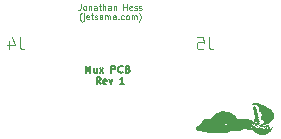
<source format=gbr>
%TF.GenerationSoftware,KiCad,Pcbnew,7.0.9*%
%TF.CreationDate,2024-03-13T02:42:54-05:00*%
%TF.ProjectId,MUX,4d55582e-6b69-4636-9164-5f7063625858,rev?*%
%TF.SameCoordinates,Original*%
%TF.FileFunction,Legend,Bot*%
%TF.FilePolarity,Positive*%
%FSLAX46Y46*%
G04 Gerber Fmt 4.6, Leading zero omitted, Abs format (unit mm)*
G04 Created by KiCad (PCBNEW 7.0.9) date 2024-03-13 02:42:54*
%MOMM*%
%LPD*%
G01*
G04 APERTURE LIST*
%ADD10C,0.150000*%
%ADD11C,0.080000*%
%ADD12C,0.100000*%
G04 APERTURE END LIST*
D10*
X152928572Y-89452771D02*
X152928572Y-88852771D01*
X152928572Y-88852771D02*
X153128572Y-89281342D01*
X153128572Y-89281342D02*
X153328572Y-88852771D01*
X153328572Y-88852771D02*
X153328572Y-89452771D01*
X153871429Y-89052771D02*
X153871429Y-89452771D01*
X153614286Y-89052771D02*
X153614286Y-89367057D01*
X153614286Y-89367057D02*
X153642857Y-89424200D01*
X153642857Y-89424200D02*
X153700000Y-89452771D01*
X153700000Y-89452771D02*
X153785714Y-89452771D01*
X153785714Y-89452771D02*
X153842857Y-89424200D01*
X153842857Y-89424200D02*
X153871429Y-89395628D01*
X154100000Y-89452771D02*
X154414286Y-89052771D01*
X154100000Y-89052771D02*
X154414286Y-89452771D01*
X155100000Y-89452771D02*
X155100000Y-88852771D01*
X155100000Y-88852771D02*
X155328571Y-88852771D01*
X155328571Y-88852771D02*
X155385714Y-88881342D01*
X155385714Y-88881342D02*
X155414285Y-88909914D01*
X155414285Y-88909914D02*
X155442857Y-88967057D01*
X155442857Y-88967057D02*
X155442857Y-89052771D01*
X155442857Y-89052771D02*
X155414285Y-89109914D01*
X155414285Y-89109914D02*
X155385714Y-89138485D01*
X155385714Y-89138485D02*
X155328571Y-89167057D01*
X155328571Y-89167057D02*
X155100000Y-89167057D01*
X156042857Y-89395628D02*
X156014285Y-89424200D01*
X156014285Y-89424200D02*
X155928571Y-89452771D01*
X155928571Y-89452771D02*
X155871428Y-89452771D01*
X155871428Y-89452771D02*
X155785714Y-89424200D01*
X155785714Y-89424200D02*
X155728571Y-89367057D01*
X155728571Y-89367057D02*
X155700000Y-89309914D01*
X155700000Y-89309914D02*
X155671428Y-89195628D01*
X155671428Y-89195628D02*
X155671428Y-89109914D01*
X155671428Y-89109914D02*
X155700000Y-88995628D01*
X155700000Y-88995628D02*
X155728571Y-88938485D01*
X155728571Y-88938485D02*
X155785714Y-88881342D01*
X155785714Y-88881342D02*
X155871428Y-88852771D01*
X155871428Y-88852771D02*
X155928571Y-88852771D01*
X155928571Y-88852771D02*
X156014285Y-88881342D01*
X156014285Y-88881342D02*
X156042857Y-88909914D01*
X156500000Y-89138485D02*
X156585714Y-89167057D01*
X156585714Y-89167057D02*
X156614285Y-89195628D01*
X156614285Y-89195628D02*
X156642857Y-89252771D01*
X156642857Y-89252771D02*
X156642857Y-89338485D01*
X156642857Y-89338485D02*
X156614285Y-89395628D01*
X156614285Y-89395628D02*
X156585714Y-89424200D01*
X156585714Y-89424200D02*
X156528571Y-89452771D01*
X156528571Y-89452771D02*
X156300000Y-89452771D01*
X156300000Y-89452771D02*
X156300000Y-88852771D01*
X156300000Y-88852771D02*
X156500000Y-88852771D01*
X156500000Y-88852771D02*
X156557143Y-88881342D01*
X156557143Y-88881342D02*
X156585714Y-88909914D01*
X156585714Y-88909914D02*
X156614285Y-88967057D01*
X156614285Y-88967057D02*
X156614285Y-89024200D01*
X156614285Y-89024200D02*
X156585714Y-89081342D01*
X156585714Y-89081342D02*
X156557143Y-89109914D01*
X156557143Y-89109914D02*
X156500000Y-89138485D01*
X156500000Y-89138485D02*
X156300000Y-89138485D01*
X154185714Y-90418771D02*
X153985714Y-90133057D01*
X153842857Y-90418771D02*
X153842857Y-89818771D01*
X153842857Y-89818771D02*
X154071428Y-89818771D01*
X154071428Y-89818771D02*
X154128571Y-89847342D01*
X154128571Y-89847342D02*
X154157142Y-89875914D01*
X154157142Y-89875914D02*
X154185714Y-89933057D01*
X154185714Y-89933057D02*
X154185714Y-90018771D01*
X154185714Y-90018771D02*
X154157142Y-90075914D01*
X154157142Y-90075914D02*
X154128571Y-90104485D01*
X154128571Y-90104485D02*
X154071428Y-90133057D01*
X154071428Y-90133057D02*
X153842857Y-90133057D01*
X154671428Y-90390200D02*
X154614285Y-90418771D01*
X154614285Y-90418771D02*
X154500000Y-90418771D01*
X154500000Y-90418771D02*
X154442857Y-90390200D01*
X154442857Y-90390200D02*
X154414285Y-90333057D01*
X154414285Y-90333057D02*
X154414285Y-90104485D01*
X154414285Y-90104485D02*
X154442857Y-90047342D01*
X154442857Y-90047342D02*
X154500000Y-90018771D01*
X154500000Y-90018771D02*
X154614285Y-90018771D01*
X154614285Y-90018771D02*
X154671428Y-90047342D01*
X154671428Y-90047342D02*
X154700000Y-90104485D01*
X154700000Y-90104485D02*
X154700000Y-90161628D01*
X154700000Y-90161628D02*
X154414285Y-90218771D01*
X154900000Y-90018771D02*
X155042857Y-90418771D01*
X155042857Y-90418771D02*
X155185714Y-90018771D01*
X156185714Y-90418771D02*
X155842857Y-90418771D01*
X156014286Y-90418771D02*
X156014286Y-89818771D01*
X156014286Y-89818771D02*
X155957143Y-89904485D01*
X155957143Y-89904485D02*
X155900000Y-89961628D01*
X155900000Y-89961628D02*
X155842857Y-89990200D01*
D11*
X152500000Y-83629649D02*
X152500000Y-83986792D01*
X152500000Y-83986792D02*
X152476191Y-84058220D01*
X152476191Y-84058220D02*
X152428572Y-84105840D01*
X152428572Y-84105840D02*
X152357143Y-84129649D01*
X152357143Y-84129649D02*
X152309524Y-84129649D01*
X152809524Y-84129649D02*
X152761905Y-84105840D01*
X152761905Y-84105840D02*
X152738095Y-84082030D01*
X152738095Y-84082030D02*
X152714286Y-84034411D01*
X152714286Y-84034411D02*
X152714286Y-83891554D01*
X152714286Y-83891554D02*
X152738095Y-83843935D01*
X152738095Y-83843935D02*
X152761905Y-83820125D01*
X152761905Y-83820125D02*
X152809524Y-83796316D01*
X152809524Y-83796316D02*
X152880952Y-83796316D01*
X152880952Y-83796316D02*
X152928571Y-83820125D01*
X152928571Y-83820125D02*
X152952381Y-83843935D01*
X152952381Y-83843935D02*
X152976190Y-83891554D01*
X152976190Y-83891554D02*
X152976190Y-84034411D01*
X152976190Y-84034411D02*
X152952381Y-84082030D01*
X152952381Y-84082030D02*
X152928571Y-84105840D01*
X152928571Y-84105840D02*
X152880952Y-84129649D01*
X152880952Y-84129649D02*
X152809524Y-84129649D01*
X153190476Y-83796316D02*
X153190476Y-84129649D01*
X153190476Y-83843935D02*
X153214286Y-83820125D01*
X153214286Y-83820125D02*
X153261905Y-83796316D01*
X153261905Y-83796316D02*
X153333333Y-83796316D01*
X153333333Y-83796316D02*
X153380952Y-83820125D01*
X153380952Y-83820125D02*
X153404762Y-83867744D01*
X153404762Y-83867744D02*
X153404762Y-84129649D01*
X153857143Y-84129649D02*
X153857143Y-83867744D01*
X153857143Y-83867744D02*
X153833333Y-83820125D01*
X153833333Y-83820125D02*
X153785714Y-83796316D01*
X153785714Y-83796316D02*
X153690476Y-83796316D01*
X153690476Y-83796316D02*
X153642857Y-83820125D01*
X153857143Y-84105840D02*
X153809524Y-84129649D01*
X153809524Y-84129649D02*
X153690476Y-84129649D01*
X153690476Y-84129649D02*
X153642857Y-84105840D01*
X153642857Y-84105840D02*
X153619048Y-84058220D01*
X153619048Y-84058220D02*
X153619048Y-84010601D01*
X153619048Y-84010601D02*
X153642857Y-83962982D01*
X153642857Y-83962982D02*
X153690476Y-83939173D01*
X153690476Y-83939173D02*
X153809524Y-83939173D01*
X153809524Y-83939173D02*
X153857143Y-83915363D01*
X154023810Y-83796316D02*
X154214286Y-83796316D01*
X154095238Y-83629649D02*
X154095238Y-84058220D01*
X154095238Y-84058220D02*
X154119048Y-84105840D01*
X154119048Y-84105840D02*
X154166667Y-84129649D01*
X154166667Y-84129649D02*
X154214286Y-84129649D01*
X154380952Y-84129649D02*
X154380952Y-83629649D01*
X154595238Y-84129649D02*
X154595238Y-83867744D01*
X154595238Y-83867744D02*
X154571428Y-83820125D01*
X154571428Y-83820125D02*
X154523809Y-83796316D01*
X154523809Y-83796316D02*
X154452381Y-83796316D01*
X154452381Y-83796316D02*
X154404762Y-83820125D01*
X154404762Y-83820125D02*
X154380952Y-83843935D01*
X155047619Y-84129649D02*
X155047619Y-83867744D01*
X155047619Y-83867744D02*
X155023809Y-83820125D01*
X155023809Y-83820125D02*
X154976190Y-83796316D01*
X154976190Y-83796316D02*
X154880952Y-83796316D01*
X154880952Y-83796316D02*
X154833333Y-83820125D01*
X155047619Y-84105840D02*
X155000000Y-84129649D01*
X155000000Y-84129649D02*
X154880952Y-84129649D01*
X154880952Y-84129649D02*
X154833333Y-84105840D01*
X154833333Y-84105840D02*
X154809524Y-84058220D01*
X154809524Y-84058220D02*
X154809524Y-84010601D01*
X154809524Y-84010601D02*
X154833333Y-83962982D01*
X154833333Y-83962982D02*
X154880952Y-83939173D01*
X154880952Y-83939173D02*
X155000000Y-83939173D01*
X155000000Y-83939173D02*
X155047619Y-83915363D01*
X155285714Y-83796316D02*
X155285714Y-84129649D01*
X155285714Y-83843935D02*
X155309524Y-83820125D01*
X155309524Y-83820125D02*
X155357143Y-83796316D01*
X155357143Y-83796316D02*
X155428571Y-83796316D01*
X155428571Y-83796316D02*
X155476190Y-83820125D01*
X155476190Y-83820125D02*
X155500000Y-83867744D01*
X155500000Y-83867744D02*
X155500000Y-84129649D01*
X156119047Y-84129649D02*
X156119047Y-83629649D01*
X156119047Y-83867744D02*
X156404761Y-83867744D01*
X156404761Y-84129649D02*
X156404761Y-83629649D01*
X156833333Y-84105840D02*
X156785714Y-84129649D01*
X156785714Y-84129649D02*
X156690476Y-84129649D01*
X156690476Y-84129649D02*
X156642857Y-84105840D01*
X156642857Y-84105840D02*
X156619048Y-84058220D01*
X156619048Y-84058220D02*
X156619048Y-83867744D01*
X156619048Y-83867744D02*
X156642857Y-83820125D01*
X156642857Y-83820125D02*
X156690476Y-83796316D01*
X156690476Y-83796316D02*
X156785714Y-83796316D01*
X156785714Y-83796316D02*
X156833333Y-83820125D01*
X156833333Y-83820125D02*
X156857143Y-83867744D01*
X156857143Y-83867744D02*
X156857143Y-83915363D01*
X156857143Y-83915363D02*
X156619048Y-83962982D01*
X157047619Y-84105840D02*
X157095238Y-84129649D01*
X157095238Y-84129649D02*
X157190476Y-84129649D01*
X157190476Y-84129649D02*
X157238095Y-84105840D01*
X157238095Y-84105840D02*
X157261904Y-84058220D01*
X157261904Y-84058220D02*
X157261904Y-84034411D01*
X157261904Y-84034411D02*
X157238095Y-83986792D01*
X157238095Y-83986792D02*
X157190476Y-83962982D01*
X157190476Y-83962982D02*
X157119047Y-83962982D01*
X157119047Y-83962982D02*
X157071428Y-83939173D01*
X157071428Y-83939173D02*
X157047619Y-83891554D01*
X157047619Y-83891554D02*
X157047619Y-83867744D01*
X157047619Y-83867744D02*
X157071428Y-83820125D01*
X157071428Y-83820125D02*
X157119047Y-83796316D01*
X157119047Y-83796316D02*
X157190476Y-83796316D01*
X157190476Y-83796316D02*
X157238095Y-83820125D01*
X157452381Y-84105840D02*
X157500000Y-84129649D01*
X157500000Y-84129649D02*
X157595238Y-84129649D01*
X157595238Y-84129649D02*
X157642857Y-84105840D01*
X157642857Y-84105840D02*
X157666666Y-84058220D01*
X157666666Y-84058220D02*
X157666666Y-84034411D01*
X157666666Y-84034411D02*
X157642857Y-83986792D01*
X157642857Y-83986792D02*
X157595238Y-83962982D01*
X157595238Y-83962982D02*
X157523809Y-83962982D01*
X157523809Y-83962982D02*
X157476190Y-83939173D01*
X157476190Y-83939173D02*
X157452381Y-83891554D01*
X157452381Y-83891554D02*
X157452381Y-83867744D01*
X157452381Y-83867744D02*
X157476190Y-83820125D01*
X157476190Y-83820125D02*
X157523809Y-83796316D01*
X157523809Y-83796316D02*
X157595238Y-83796316D01*
X157595238Y-83796316D02*
X157642857Y-83820125D01*
X152571429Y-85125125D02*
X152547620Y-85101316D01*
X152547620Y-85101316D02*
X152500001Y-85029887D01*
X152500001Y-85029887D02*
X152476191Y-84982268D01*
X152476191Y-84982268D02*
X152452382Y-84910840D01*
X152452382Y-84910840D02*
X152428572Y-84791792D01*
X152428572Y-84791792D02*
X152428572Y-84696554D01*
X152428572Y-84696554D02*
X152452382Y-84577506D01*
X152452382Y-84577506D02*
X152476191Y-84506078D01*
X152476191Y-84506078D02*
X152500001Y-84458459D01*
X152500001Y-84458459D02*
X152547620Y-84387030D01*
X152547620Y-84387030D02*
X152571429Y-84363220D01*
X152761905Y-84601316D02*
X152761905Y-85029887D01*
X152761905Y-85029887D02*
X152738096Y-85077506D01*
X152738096Y-85077506D02*
X152690477Y-85101316D01*
X152690477Y-85101316D02*
X152666667Y-85101316D01*
X152761905Y-84434649D02*
X152738096Y-84458459D01*
X152738096Y-84458459D02*
X152761905Y-84482268D01*
X152761905Y-84482268D02*
X152785715Y-84458459D01*
X152785715Y-84458459D02*
X152761905Y-84434649D01*
X152761905Y-84434649D02*
X152761905Y-84482268D01*
X153190476Y-84910840D02*
X153142857Y-84934649D01*
X153142857Y-84934649D02*
X153047619Y-84934649D01*
X153047619Y-84934649D02*
X153000000Y-84910840D01*
X153000000Y-84910840D02*
X152976191Y-84863220D01*
X152976191Y-84863220D02*
X152976191Y-84672744D01*
X152976191Y-84672744D02*
X153000000Y-84625125D01*
X153000000Y-84625125D02*
X153047619Y-84601316D01*
X153047619Y-84601316D02*
X153142857Y-84601316D01*
X153142857Y-84601316D02*
X153190476Y-84625125D01*
X153190476Y-84625125D02*
X153214286Y-84672744D01*
X153214286Y-84672744D02*
X153214286Y-84720363D01*
X153214286Y-84720363D02*
X152976191Y-84767982D01*
X153357143Y-84601316D02*
X153547619Y-84601316D01*
X153428571Y-84434649D02*
X153428571Y-84863220D01*
X153428571Y-84863220D02*
X153452381Y-84910840D01*
X153452381Y-84910840D02*
X153500000Y-84934649D01*
X153500000Y-84934649D02*
X153547619Y-84934649D01*
X153690476Y-84910840D02*
X153738095Y-84934649D01*
X153738095Y-84934649D02*
X153833333Y-84934649D01*
X153833333Y-84934649D02*
X153880952Y-84910840D01*
X153880952Y-84910840D02*
X153904761Y-84863220D01*
X153904761Y-84863220D02*
X153904761Y-84839411D01*
X153904761Y-84839411D02*
X153880952Y-84791792D01*
X153880952Y-84791792D02*
X153833333Y-84767982D01*
X153833333Y-84767982D02*
X153761904Y-84767982D01*
X153761904Y-84767982D02*
X153714285Y-84744173D01*
X153714285Y-84744173D02*
X153690476Y-84696554D01*
X153690476Y-84696554D02*
X153690476Y-84672744D01*
X153690476Y-84672744D02*
X153714285Y-84625125D01*
X153714285Y-84625125D02*
X153761904Y-84601316D01*
X153761904Y-84601316D02*
X153833333Y-84601316D01*
X153833333Y-84601316D02*
X153880952Y-84625125D01*
X154333333Y-84934649D02*
X154333333Y-84672744D01*
X154333333Y-84672744D02*
X154309523Y-84625125D01*
X154309523Y-84625125D02*
X154261904Y-84601316D01*
X154261904Y-84601316D02*
X154166666Y-84601316D01*
X154166666Y-84601316D02*
X154119047Y-84625125D01*
X154333333Y-84910840D02*
X154285714Y-84934649D01*
X154285714Y-84934649D02*
X154166666Y-84934649D01*
X154166666Y-84934649D02*
X154119047Y-84910840D01*
X154119047Y-84910840D02*
X154095238Y-84863220D01*
X154095238Y-84863220D02*
X154095238Y-84815601D01*
X154095238Y-84815601D02*
X154119047Y-84767982D01*
X154119047Y-84767982D02*
X154166666Y-84744173D01*
X154166666Y-84744173D02*
X154285714Y-84744173D01*
X154285714Y-84744173D02*
X154333333Y-84720363D01*
X154571428Y-84934649D02*
X154571428Y-84601316D01*
X154571428Y-84648935D02*
X154595238Y-84625125D01*
X154595238Y-84625125D02*
X154642857Y-84601316D01*
X154642857Y-84601316D02*
X154714285Y-84601316D01*
X154714285Y-84601316D02*
X154761904Y-84625125D01*
X154761904Y-84625125D02*
X154785714Y-84672744D01*
X154785714Y-84672744D02*
X154785714Y-84934649D01*
X154785714Y-84672744D02*
X154809523Y-84625125D01*
X154809523Y-84625125D02*
X154857142Y-84601316D01*
X154857142Y-84601316D02*
X154928571Y-84601316D01*
X154928571Y-84601316D02*
X154976190Y-84625125D01*
X154976190Y-84625125D02*
X155000000Y-84672744D01*
X155000000Y-84672744D02*
X155000000Y-84934649D01*
X155452381Y-84934649D02*
X155452381Y-84672744D01*
X155452381Y-84672744D02*
X155428571Y-84625125D01*
X155428571Y-84625125D02*
X155380952Y-84601316D01*
X155380952Y-84601316D02*
X155285714Y-84601316D01*
X155285714Y-84601316D02*
X155238095Y-84625125D01*
X155452381Y-84910840D02*
X155404762Y-84934649D01*
X155404762Y-84934649D02*
X155285714Y-84934649D01*
X155285714Y-84934649D02*
X155238095Y-84910840D01*
X155238095Y-84910840D02*
X155214286Y-84863220D01*
X155214286Y-84863220D02*
X155214286Y-84815601D01*
X155214286Y-84815601D02*
X155238095Y-84767982D01*
X155238095Y-84767982D02*
X155285714Y-84744173D01*
X155285714Y-84744173D02*
X155404762Y-84744173D01*
X155404762Y-84744173D02*
X155452381Y-84720363D01*
X155690476Y-84887030D02*
X155714286Y-84910840D01*
X155714286Y-84910840D02*
X155690476Y-84934649D01*
X155690476Y-84934649D02*
X155666667Y-84910840D01*
X155666667Y-84910840D02*
X155690476Y-84887030D01*
X155690476Y-84887030D02*
X155690476Y-84934649D01*
X156142857Y-84910840D02*
X156095238Y-84934649D01*
X156095238Y-84934649D02*
X156000000Y-84934649D01*
X156000000Y-84934649D02*
X155952381Y-84910840D01*
X155952381Y-84910840D02*
X155928571Y-84887030D01*
X155928571Y-84887030D02*
X155904762Y-84839411D01*
X155904762Y-84839411D02*
X155904762Y-84696554D01*
X155904762Y-84696554D02*
X155928571Y-84648935D01*
X155928571Y-84648935D02*
X155952381Y-84625125D01*
X155952381Y-84625125D02*
X156000000Y-84601316D01*
X156000000Y-84601316D02*
X156095238Y-84601316D01*
X156095238Y-84601316D02*
X156142857Y-84625125D01*
X156428571Y-84934649D02*
X156380952Y-84910840D01*
X156380952Y-84910840D02*
X156357142Y-84887030D01*
X156357142Y-84887030D02*
X156333333Y-84839411D01*
X156333333Y-84839411D02*
X156333333Y-84696554D01*
X156333333Y-84696554D02*
X156357142Y-84648935D01*
X156357142Y-84648935D02*
X156380952Y-84625125D01*
X156380952Y-84625125D02*
X156428571Y-84601316D01*
X156428571Y-84601316D02*
X156499999Y-84601316D01*
X156499999Y-84601316D02*
X156547618Y-84625125D01*
X156547618Y-84625125D02*
X156571428Y-84648935D01*
X156571428Y-84648935D02*
X156595237Y-84696554D01*
X156595237Y-84696554D02*
X156595237Y-84839411D01*
X156595237Y-84839411D02*
X156571428Y-84887030D01*
X156571428Y-84887030D02*
X156547618Y-84910840D01*
X156547618Y-84910840D02*
X156499999Y-84934649D01*
X156499999Y-84934649D02*
X156428571Y-84934649D01*
X156809523Y-84934649D02*
X156809523Y-84601316D01*
X156809523Y-84648935D02*
X156833333Y-84625125D01*
X156833333Y-84625125D02*
X156880952Y-84601316D01*
X156880952Y-84601316D02*
X156952380Y-84601316D01*
X156952380Y-84601316D02*
X156999999Y-84625125D01*
X156999999Y-84625125D02*
X157023809Y-84672744D01*
X157023809Y-84672744D02*
X157023809Y-84934649D01*
X157023809Y-84672744D02*
X157047618Y-84625125D01*
X157047618Y-84625125D02*
X157095237Y-84601316D01*
X157095237Y-84601316D02*
X157166666Y-84601316D01*
X157166666Y-84601316D02*
X157214285Y-84625125D01*
X157214285Y-84625125D02*
X157238095Y-84672744D01*
X157238095Y-84672744D02*
X157238095Y-84934649D01*
X157428571Y-85125125D02*
X157452381Y-85101316D01*
X157452381Y-85101316D02*
X157500000Y-85029887D01*
X157500000Y-85029887D02*
X157523809Y-84982268D01*
X157523809Y-84982268D02*
X157547619Y-84910840D01*
X157547619Y-84910840D02*
X157571428Y-84791792D01*
X157571428Y-84791792D02*
X157571428Y-84696554D01*
X157571428Y-84696554D02*
X157547619Y-84577506D01*
X157547619Y-84577506D02*
X157523809Y-84506078D01*
X157523809Y-84506078D02*
X157500000Y-84458459D01*
X157500000Y-84458459D02*
X157452381Y-84387030D01*
X157452381Y-84387030D02*
X157428571Y-84363220D01*
D12*
X147333333Y-86457419D02*
X147333333Y-87171704D01*
X147333333Y-87171704D02*
X147380952Y-87314561D01*
X147380952Y-87314561D02*
X147476190Y-87409800D01*
X147476190Y-87409800D02*
X147619047Y-87457419D01*
X147619047Y-87457419D02*
X147714285Y-87457419D01*
X146428571Y-86790752D02*
X146428571Y-87457419D01*
X146666666Y-86409800D02*
X146904761Y-87124085D01*
X146904761Y-87124085D02*
X146285714Y-87124085D01*
X163333333Y-86457419D02*
X163333333Y-87171704D01*
X163333333Y-87171704D02*
X163380952Y-87314561D01*
X163380952Y-87314561D02*
X163476190Y-87409800D01*
X163476190Y-87409800D02*
X163619047Y-87457419D01*
X163619047Y-87457419D02*
X163714285Y-87457419D01*
X162380952Y-86457419D02*
X162857142Y-86457419D01*
X162857142Y-86457419D02*
X162904761Y-86933609D01*
X162904761Y-86933609D02*
X162857142Y-86885990D01*
X162857142Y-86885990D02*
X162761904Y-86838371D01*
X162761904Y-86838371D02*
X162523809Y-86838371D01*
X162523809Y-86838371D02*
X162428571Y-86885990D01*
X162428571Y-86885990D02*
X162380952Y-86933609D01*
X162380952Y-86933609D02*
X162333333Y-87028847D01*
X162333333Y-87028847D02*
X162333333Y-87266942D01*
X162333333Y-87266942D02*
X162380952Y-87362180D01*
X162380952Y-87362180D02*
X162428571Y-87409800D01*
X162428571Y-87409800D02*
X162523809Y-87457419D01*
X162523809Y-87457419D02*
X162761904Y-87457419D01*
X162761904Y-87457419D02*
X162857142Y-87409800D01*
X162857142Y-87409800D02*
X162904761Y-87362180D01*
%TO.C,G\u002A\u002A\u002A*%
G36*
X168266667Y-94043333D02*
G01*
X168263334Y-94046666D01*
X168260000Y-94043333D01*
X168263334Y-94040000D01*
X168266667Y-94043333D01*
G37*
G36*
X167846667Y-93650000D02*
G01*
X167843334Y-93653333D01*
X167840000Y-93650000D01*
X167843334Y-93646666D01*
X167846667Y-93650000D01*
G37*
G36*
X167753334Y-93763333D02*
G01*
X167750000Y-93766666D01*
X167746667Y-93763333D01*
X167750000Y-93760000D01*
X167753334Y-93763333D01*
G37*
G36*
X167713334Y-93576666D02*
G01*
X167710000Y-93580000D01*
X167706667Y-93576666D01*
X167710000Y-93573333D01*
X167713334Y-93576666D01*
G37*
G36*
X167433334Y-94056666D02*
G01*
X167430000Y-94060000D01*
X167426667Y-94056666D01*
X167430000Y-94053333D01*
X167433334Y-94056666D01*
G37*
G36*
X167386667Y-94003333D02*
G01*
X167383334Y-94006666D01*
X167380000Y-94003333D01*
X167383334Y-94000000D01*
X167386667Y-94003333D01*
G37*
G36*
X168057304Y-94158969D02*
G01*
X168055246Y-94161931D01*
X168049607Y-94166666D01*
X168048675Y-94166601D01*
X168047207Y-94162742D01*
X168054364Y-94156030D01*
X168058090Y-94154407D01*
X168057304Y-94158969D01*
G37*
G36*
X167701778Y-94052506D02*
G01*
X167702640Y-94053384D01*
X167705835Y-94058267D01*
X167698046Y-94056238D01*
X167691825Y-94052913D01*
X167689824Y-94047954D01*
X167693038Y-94047240D01*
X167701778Y-94052506D01*
G37*
G36*
X167314826Y-92245498D02*
G01*
X167320000Y-92253358D01*
X167317292Y-92256957D01*
X167306096Y-92253027D01*
X167297974Y-92247358D01*
X167295809Y-92241969D01*
X167304227Y-92240621D01*
X167314826Y-92245498D01*
G37*
G36*
X168294875Y-94073589D02*
G01*
X168300000Y-94080000D01*
X168299924Y-94081508D01*
X168297061Y-94086666D01*
X168295991Y-94086359D01*
X168290000Y-94080000D01*
X168288959Y-94077417D01*
X168292940Y-94073333D01*
X168294875Y-94073589D01*
G37*
G36*
X168247931Y-94034060D02*
G01*
X168253334Y-94039790D01*
X168251918Y-94042549D01*
X168243334Y-94042410D01*
X168238547Y-94040252D01*
X168233334Y-94035953D01*
X168234439Y-94034759D01*
X168243334Y-94033333D01*
X168247931Y-94034060D01*
G37*
G36*
X167911907Y-93694438D02*
G01*
X167913334Y-93703333D01*
X167912606Y-93707930D01*
X167906876Y-93713333D01*
X167904118Y-93711917D01*
X167904256Y-93703333D01*
X167906415Y-93698546D01*
X167910714Y-93693333D01*
X167911907Y-93694438D01*
G37*
G36*
X167734875Y-93553589D02*
G01*
X167740000Y-93560000D01*
X167739924Y-93561508D01*
X167737061Y-93566666D01*
X167735991Y-93566359D01*
X167730000Y-93560000D01*
X167728959Y-93557417D01*
X167732940Y-93553333D01*
X167734875Y-93553589D01*
G37*
G36*
X167736893Y-93640145D02*
G01*
X167749964Y-93643375D01*
X167753239Y-93649236D01*
X167745000Y-93655584D01*
X167739324Y-93657709D01*
X167729061Y-93658267D01*
X167720000Y-93650000D01*
X167716450Y-93644777D01*
X167718933Y-93640904D01*
X167732518Y-93640000D01*
X167736893Y-93640145D01*
G37*
G36*
X168311409Y-94139734D02*
G01*
X168320000Y-94153333D01*
X168322505Y-94157993D01*
X168329929Y-94173096D01*
X168333054Y-94181666D01*
X168331714Y-94186709D01*
X168326165Y-94181532D01*
X168317155Y-94165642D01*
X168314504Y-94160146D01*
X168308323Y-94144602D01*
X168307404Y-94137311D01*
X168311409Y-94139734D01*
G37*
G36*
X167685790Y-93487083D02*
G01*
X167697136Y-93499341D01*
X167700613Y-93503760D01*
X167708698Y-93517864D01*
X167709656Y-93527223D01*
X167703730Y-93529352D01*
X167693868Y-93523758D01*
X167683771Y-93513000D01*
X167676653Y-93500594D01*
X167675723Y-93490057D01*
X167679461Y-93484578D01*
X167685790Y-93487083D01*
G37*
G36*
X167929058Y-94117227D02*
G01*
X167934654Y-94120238D01*
X167940000Y-94127522D01*
X167944421Y-94133661D01*
X167956667Y-94141213D01*
X167967944Y-94147956D01*
X167973334Y-94154857D01*
X167972239Y-94156111D01*
X167964297Y-94153360D01*
X167951679Y-94145391D01*
X167937980Y-94134626D01*
X167926799Y-94123491D01*
X167924768Y-94120995D01*
X167921855Y-94115467D01*
X167929058Y-94117227D01*
G37*
G36*
X167800989Y-93770053D02*
G01*
X167816900Y-93771204D01*
X167823235Y-93774705D01*
X167822805Y-93781666D01*
X167821900Y-93785341D01*
X167824138Y-93792498D01*
X167833144Y-93790665D01*
X167846667Y-93780000D01*
X167851457Y-93775408D01*
X167858251Y-93771342D01*
X167860000Y-93776948D01*
X167858880Y-93783352D01*
X167851667Y-93796694D01*
X167846421Y-93801748D01*
X167837907Y-93806413D01*
X167830959Y-93804454D01*
X167816106Y-93798612D01*
X167797574Y-93790638D01*
X167779373Y-93782315D01*
X167765512Y-93775426D01*
X167760000Y-93771757D01*
X167762221Y-93771127D01*
X167774258Y-93770317D01*
X167793254Y-93770000D01*
X167800989Y-93770053D01*
G37*
G36*
X167172741Y-93573015D02*
G01*
X167178375Y-93575590D01*
X167197000Y-93581367D01*
X167220023Y-93586219D01*
X167243973Y-93589703D01*
X167265377Y-93591377D01*
X167280766Y-93590798D01*
X167286667Y-93587525D01*
X167291103Y-93582719D01*
X167303724Y-93580337D01*
X167319303Y-93581380D01*
X167332521Y-93586023D01*
X167336571Y-93589785D01*
X167337743Y-93598259D01*
X167337554Y-93598849D01*
X167342065Y-93606458D01*
X167354867Y-93618795D01*
X167373555Y-93633493D01*
X167376550Y-93635669D01*
X167395195Y-93649523D01*
X167408351Y-93659827D01*
X167413334Y-93664488D01*
X167413069Y-93665313D01*
X167405830Y-93666801D01*
X167392899Y-93664768D01*
X167379967Y-93659981D01*
X167372199Y-93656923D01*
X167363345Y-93659981D01*
X167354574Y-93665702D01*
X167334954Y-93664500D01*
X167305553Y-93654384D01*
X167305115Y-93654198D01*
X167277162Y-93643280D01*
X167256605Y-93637176D01*
X167244975Y-93636224D01*
X167243805Y-93640762D01*
X167245580Y-93644815D01*
X167240922Y-93643902D01*
X167237971Y-93641386D01*
X167236483Y-93633630D01*
X167236569Y-93630653D01*
X167228211Y-93625458D01*
X167211350Y-93621635D01*
X167189150Y-93620091D01*
X167170881Y-93617204D01*
X167158624Y-93606395D01*
X167150793Y-93585000D01*
X167150709Y-93584646D01*
X167149892Y-93570649D01*
X167156982Y-93566910D01*
X167172741Y-93573015D01*
G37*
G36*
X168527360Y-94200187D02*
G01*
X168519750Y-94201382D01*
X168501881Y-94206067D01*
X168480000Y-94213053D01*
X168459005Y-94220311D01*
X168444622Y-94224412D01*
X168436592Y-94224005D01*
X168431548Y-94218807D01*
X168426127Y-94208535D01*
X168424209Y-94205000D01*
X168418546Y-94196666D01*
X168426667Y-94196666D01*
X168430000Y-94200000D01*
X168433334Y-94196666D01*
X168430000Y-94193333D01*
X168426667Y-94196666D01*
X168418546Y-94196666D01*
X168411309Y-94186015D01*
X168397721Y-94172081D01*
X168386709Y-94166666D01*
X168383817Y-94165467D01*
X168373930Y-94156453D01*
X168361709Y-94141504D01*
X168339635Y-94112088D01*
X168316021Y-94083348D01*
X168298107Y-94065398D01*
X168285448Y-94057749D01*
X168276403Y-94052610D01*
X168276391Y-94040869D01*
X168277427Y-94032796D01*
X168271577Y-94026184D01*
X168255322Y-94020439D01*
X168251721Y-94019472D01*
X168231993Y-94015147D01*
X168217352Y-94013370D01*
X168216950Y-94013371D01*
X168197669Y-94016544D01*
X168173554Y-94024493D01*
X168149060Y-94035266D01*
X168128641Y-94046910D01*
X168116752Y-94057473D01*
X168106987Y-94068207D01*
X168096069Y-94073333D01*
X168093594Y-94073664D01*
X168080193Y-94079397D01*
X168063926Y-94090000D01*
X168050077Y-94099212D01*
X168029894Y-94105590D01*
X168008835Y-94101665D01*
X167983260Y-94087314D01*
X167973039Y-94080680D01*
X167954563Y-94069891D01*
X167941544Y-94063823D01*
X167938627Y-94063049D01*
X167922815Y-94060671D01*
X167900742Y-94058858D01*
X167875665Y-94057684D01*
X167850846Y-94057222D01*
X167829543Y-94057546D01*
X167815017Y-94058731D01*
X167810526Y-94060850D01*
X167811745Y-94063119D01*
X167810602Y-94066213D01*
X167801156Y-94064054D01*
X167781562Y-94056356D01*
X167773550Y-94052756D01*
X167763663Y-94045891D01*
X167765669Y-94040617D01*
X167768383Y-94038266D01*
X167766849Y-94032658D01*
X167755585Y-94028373D01*
X167737155Y-94026666D01*
X167724271Y-94023313D01*
X167709629Y-94012923D01*
X167698793Y-94004679D01*
X167685014Y-94002363D01*
X167672705Y-94000506D01*
X167657298Y-93988790D01*
X167656726Y-93988184D01*
X167641283Y-93976813D01*
X167625880Y-93972219D01*
X167625585Y-93972224D01*
X167611146Y-93972997D01*
X167588657Y-93974728D01*
X167563150Y-93976975D01*
X167539658Y-93979294D01*
X167523215Y-93981245D01*
X167512952Y-93980529D01*
X167496729Y-93977277D01*
X167483525Y-93974378D01*
X167481501Y-93976588D01*
X167489168Y-93985746D01*
X167496201Y-93996657D01*
X167496927Y-94006246D01*
X167496857Y-94006358D01*
X167486594Y-94012634D01*
X167473394Y-94011792D01*
X167464620Y-94004281D01*
X167464345Y-94003677D01*
X167455120Y-93996299D01*
X167439072Y-93990814D01*
X167433759Y-93989527D01*
X167415285Y-93982450D01*
X167397139Y-93972504D01*
X167382292Y-93961747D01*
X167373713Y-93952235D01*
X167374373Y-93946024D01*
X167375064Y-93945562D01*
X167375960Y-93939829D01*
X167364175Y-93932503D01*
X167356760Y-93929375D01*
X167346109Y-93927764D01*
X167339365Y-93933712D01*
X167336273Y-93941277D01*
X167335372Y-93957222D01*
X167335888Y-93962115D01*
X167332242Y-93969323D01*
X167318827Y-93971111D01*
X167318302Y-93971109D01*
X167304596Y-93968597D01*
X167301630Y-93960555D01*
X167300027Y-93954199D01*
X167290375Y-93950226D01*
X167270000Y-93948136D01*
X167249407Y-93946772D01*
X167232210Y-93944036D01*
X167225546Y-93938703D01*
X167227811Y-93929066D01*
X167237403Y-93913417D01*
X167244859Y-93901519D01*
X167250319Y-93889286D01*
X167252867Y-93875223D01*
X167253132Y-93855508D01*
X167251743Y-93826321D01*
X167251585Y-93823551D01*
X167250177Y-93796259D01*
X167250016Y-93780053D01*
X167251482Y-93772879D01*
X167254956Y-93772682D01*
X167260821Y-93777409D01*
X167268759Y-93786920D01*
X167273617Y-93799366D01*
X167277370Y-93805401D01*
X167290364Y-93817602D01*
X167310439Y-93833362D01*
X167335284Y-93850755D01*
X167351498Y-93861818D01*
X167375317Y-93879633D01*
X167390253Y-93893216D01*
X167394941Y-93901408D01*
X167397555Y-93907538D01*
X167411935Y-93918386D01*
X167438275Y-93931863D01*
X167455222Y-93939296D01*
X167477189Y-93946964D01*
X167495727Y-93949694D01*
X167515902Y-93948575D01*
X167523538Y-93947532D01*
X167539133Y-93943660D01*
X167553684Y-93936210D01*
X167570598Y-93923152D01*
X167593284Y-93902454D01*
X167638097Y-93860180D01*
X167709390Y-93883287D01*
X167743781Y-93893904D01*
X167783516Y-93904764D01*
X167818015Y-93912643D01*
X167845441Y-93917184D01*
X167863956Y-93918030D01*
X167871726Y-93914824D01*
X167877371Y-93911075D01*
X167891073Y-93912298D01*
X167908825Y-93918141D01*
X167926870Y-93927014D01*
X167941451Y-93937323D01*
X167948811Y-93947479D01*
X167949978Y-93950809D01*
X167955825Y-93956559D01*
X167968441Y-93959300D01*
X167991087Y-93960000D01*
X168007265Y-93959546D01*
X168032661Y-93957298D01*
X168051711Y-93953798D01*
X168052238Y-93953648D01*
X168067670Y-93950931D01*
X168073334Y-93953798D01*
X168073343Y-93954148D01*
X168078844Y-93959680D01*
X168092042Y-93959160D01*
X168109314Y-93953324D01*
X168127039Y-93942905D01*
X168127509Y-93942557D01*
X168145548Y-93930891D01*
X168170341Y-93916844D01*
X168196667Y-93903380D01*
X168210470Y-93896830D01*
X168230968Y-93888231D01*
X168247601Y-93884242D01*
X168265652Y-93883897D01*
X168290404Y-93886231D01*
X168315111Y-93890264D01*
X168346727Y-93898147D01*
X168372731Y-93907422D01*
X168407989Y-93923333D01*
X168405662Y-94003333D01*
X168403334Y-94083333D01*
X168428334Y-94082572D01*
X168432882Y-94082545D01*
X168447457Y-94084358D01*
X168453334Y-94088431D01*
X168454516Y-94090303D01*
X168465592Y-94092209D01*
X168486660Y-94090630D01*
X168519986Y-94086209D01*
X168506814Y-94119627D01*
X168499034Y-94143799D01*
X168498063Y-94162889D01*
X168505958Y-94172031D01*
X168522780Y-94171287D01*
X168548591Y-94160718D01*
X168562937Y-94154016D01*
X168571197Y-94152643D01*
X168573334Y-94157703D01*
X168573317Y-94158214D01*
X168567693Y-94170128D01*
X168555121Y-94183901D01*
X168540158Y-94195324D01*
X168536626Y-94196666D01*
X168527360Y-94200187D01*
G37*
G36*
X167847591Y-94123767D02*
G01*
X167860290Y-94123241D01*
X167866039Y-94123281D01*
X167878685Y-94129589D01*
X167897375Y-94144197D01*
X167923411Y-94168029D01*
X167936002Y-94180075D01*
X167954337Y-94198244D01*
X167965372Y-94211108D01*
X167970702Y-94221214D01*
X167971926Y-94231106D01*
X167970639Y-94243333D01*
X167969986Y-94248040D01*
X167967539Y-94267175D01*
X167966213Y-94280000D01*
X167965721Y-94284391D01*
X167962059Y-94300000D01*
X167961547Y-94301394D01*
X167957963Y-94305134D01*
X167953334Y-94296666D01*
X167951204Y-94291321D01*
X167948756Y-94287839D01*
X167946042Y-94291267D01*
X167941871Y-94303558D01*
X167935053Y-94326666D01*
X167933595Y-94332046D01*
X167928693Y-94360130D01*
X167926646Y-94391427D01*
X167927207Y-94423191D01*
X167930130Y-94452676D01*
X167935169Y-94477136D01*
X167942078Y-94493826D01*
X167950608Y-94500000D01*
X167954063Y-94496118D01*
X167958655Y-94482278D01*
X167962988Y-94462051D01*
X167966488Y-94439296D01*
X167968584Y-94417871D01*
X167968702Y-94401634D01*
X167966271Y-94394444D01*
X167964056Y-94393100D01*
X167960000Y-94383607D01*
X167960638Y-94379237D01*
X167965890Y-94363129D01*
X167974802Y-94341698D01*
X167985385Y-94319276D01*
X167995646Y-94300196D01*
X168003593Y-94288788D01*
X168006288Y-94285386D01*
X168014157Y-94269746D01*
X168020824Y-94249491D01*
X168023308Y-94240614D01*
X168028942Y-94225837D01*
X168033596Y-94220000D01*
X168033719Y-94219994D01*
X168038739Y-94213955D01*
X168043347Y-94199941D01*
X168043596Y-94198854D01*
X168048490Y-94186625D01*
X168054013Y-94183752D01*
X168055787Y-94184182D01*
X168066366Y-94180429D01*
X168080648Y-94170477D01*
X168084753Y-94167123D01*
X168098541Y-94157289D01*
X168107136Y-94153333D01*
X168111427Y-94151182D01*
X168124276Y-94141800D01*
X168142940Y-94126679D01*
X168165040Y-94107695D01*
X168185202Y-94090200D01*
X168202877Y-94076069D01*
X168215025Y-94068677D01*
X168223934Y-94066691D01*
X168231894Y-94068779D01*
X168242464Y-94077073D01*
X168251051Y-94092750D01*
X168255437Y-94107055D01*
X168263671Y-94126666D01*
X168268505Y-94136980D01*
X168277427Y-94157915D01*
X168286828Y-94181557D01*
X168290898Y-94191141D01*
X168304054Y-94215471D01*
X168320193Y-94239394D01*
X168337063Y-94260038D01*
X168352412Y-94274530D01*
X168363991Y-94280000D01*
X168372069Y-94281556D01*
X168386537Y-94288132D01*
X168393623Y-94291633D01*
X168404018Y-94290904D01*
X168418114Y-94281510D01*
X168432833Y-94270496D01*
X168467291Y-94251147D01*
X168499913Y-94242839D01*
X168502969Y-94242471D01*
X168514305Y-94239419D01*
X168526770Y-94232615D01*
X168542362Y-94220565D01*
X168563078Y-94201776D01*
X168590914Y-94174751D01*
X168595740Y-94169971D01*
X168621838Y-94143548D01*
X168645746Y-94118461D01*
X168664990Y-94097346D01*
X168677100Y-94082839D01*
X168682711Y-94075640D01*
X168698983Y-94057061D01*
X168713334Y-94043398D01*
X168728735Y-94030348D01*
X168745903Y-94014465D01*
X168758649Y-94004456D01*
X168765676Y-94005015D01*
X168766416Y-94015923D01*
X168760825Y-94036441D01*
X168748862Y-94065832D01*
X168745501Y-94073133D01*
X168733760Y-94096669D01*
X168723359Y-94114810D01*
X168716225Y-94124114D01*
X168711385Y-94131100D01*
X168704788Y-94148412D01*
X168699372Y-94170780D01*
X168695883Y-94185749D01*
X168685439Y-94216863D01*
X168672767Y-94244144D01*
X168664497Y-94259461D01*
X168656447Y-94276591D01*
X168653334Y-94286509D01*
X168651224Y-94296864D01*
X168641770Y-94317918D01*
X168626421Y-94343592D01*
X168607045Y-94370853D01*
X168585510Y-94396666D01*
X168569873Y-94413858D01*
X168545554Y-94440738D01*
X168518708Y-94470526D01*
X168492821Y-94499359D01*
X168482784Y-94510457D01*
X168456255Y-94538116D01*
X168432743Y-94559156D01*
X168408555Y-94576665D01*
X168380000Y-94593728D01*
X168370745Y-94598912D01*
X168338924Y-94616844D01*
X168307490Y-94634696D01*
X168282077Y-94649273D01*
X168260386Y-94660999D01*
X168228068Y-94676602D01*
X168198743Y-94688965D01*
X168181822Y-94694754D01*
X168146821Y-94704865D01*
X168106241Y-94715034D01*
X168064647Y-94724211D01*
X168026601Y-94731349D01*
X167996667Y-94735398D01*
X167979806Y-94736642D01*
X167939175Y-94738302D01*
X167894402Y-94738764D01*
X167849845Y-94738070D01*
X167809863Y-94736260D01*
X167778816Y-94733374D01*
X167751397Y-94729827D01*
X167722368Y-94726390D01*
X167700000Y-94724070D01*
X167682812Y-94721272D01*
X167651282Y-94713172D01*
X167612760Y-94701098D01*
X167570077Y-94686139D01*
X167526064Y-94669382D01*
X167483552Y-94651917D01*
X167445373Y-94634833D01*
X167414356Y-94619217D01*
X167393334Y-94606158D01*
X167389719Y-94603479D01*
X167368115Y-94588941D01*
X167347776Y-94577120D01*
X167346770Y-94576591D01*
X167330131Y-94565902D01*
X167308516Y-94549676D01*
X167286334Y-94531206D01*
X167263277Y-94511195D01*
X167233436Y-94485831D01*
X167206387Y-94463333D01*
X167203559Y-94461017D01*
X167169832Y-94433127D01*
X167144381Y-94411274D01*
X167125127Y-94393430D01*
X167109993Y-94377567D01*
X167096901Y-94361657D01*
X167083773Y-94343673D01*
X167079113Y-94336891D01*
X167059545Y-94305421D01*
X167041246Y-94271698D01*
X167025803Y-94239021D01*
X167014804Y-94210688D01*
X167009835Y-94190000D01*
X167009158Y-94183153D01*
X167005013Y-94153368D01*
X166999474Y-94125596D01*
X166993387Y-94103594D01*
X166987597Y-94091120D01*
X166981538Y-94080613D01*
X166972829Y-94060214D01*
X166963546Y-94034847D01*
X166955130Y-94008738D01*
X166949023Y-93986112D01*
X166946667Y-93971191D01*
X166946648Y-93970251D01*
X166944724Y-93955146D01*
X166940260Y-93932227D01*
X166934136Y-93906066D01*
X166927395Y-93877203D01*
X166921433Y-93847505D01*
X166917719Y-93824133D01*
X166916076Y-93814039D01*
X166910027Y-93793053D01*
X166902408Y-93778976D01*
X166896220Y-93769529D01*
X166897158Y-93760355D01*
X166903643Y-93756962D01*
X166918979Y-93757569D01*
X166934763Y-93764699D01*
X166945364Y-93776469D01*
X166949072Y-93782210D01*
X166961588Y-93796479D01*
X166979852Y-93814700D01*
X167001344Y-93834633D01*
X167023546Y-93854036D01*
X167043939Y-93870670D01*
X167060006Y-93882294D01*
X167069227Y-93886666D01*
X167075577Y-93888332D01*
X167086919Y-93896970D01*
X167093319Y-93902191D01*
X167104367Y-93903859D01*
X167106049Y-93903571D01*
X167116362Y-93908342D01*
X167128153Y-93920583D01*
X167145380Y-93939200D01*
X167178538Y-93964028D01*
X167221441Y-93987818D01*
X167272052Y-94009476D01*
X167328334Y-94027913D01*
X167332241Y-94029120D01*
X167347401Y-94036577D01*
X167353334Y-94044720D01*
X167354871Y-94049670D01*
X167364060Y-94062785D01*
X167379038Y-94079124D01*
X167396905Y-94096022D01*
X167414765Y-94110812D01*
X167429721Y-94120829D01*
X167438874Y-94123409D01*
X167449168Y-94124058D01*
X167462704Y-94131834D01*
X167473509Y-94140322D01*
X167493853Y-94154080D01*
X167517174Y-94168257D01*
X167539984Y-94180857D01*
X167558794Y-94189881D01*
X167570116Y-94193333D01*
X167571085Y-94193318D01*
X167578260Y-94189895D01*
X167576870Y-94178333D01*
X167574238Y-94167474D01*
X167572425Y-94150603D01*
X167571790Y-94143102D01*
X167566575Y-94126494D01*
X167565787Y-94124767D01*
X167565803Y-94123333D01*
X167693334Y-94123333D01*
X167696667Y-94126666D01*
X167700000Y-94123333D01*
X167696667Y-94120000D01*
X167693334Y-94123333D01*
X167565803Y-94123333D01*
X167565891Y-94115385D01*
X167573435Y-94102374D01*
X167589769Y-94083219D01*
X167619052Y-94051323D01*
X167657860Y-94069707D01*
X167676398Y-94078295D01*
X167701062Y-94089230D01*
X167720000Y-94097082D01*
X167720354Y-94097217D01*
X167742010Y-94104126D01*
X167769249Y-94110923D01*
X167798384Y-94116920D01*
X167825727Y-94121431D01*
X167843529Y-94123333D01*
X167847591Y-94123767D01*
G37*
G36*
X167795916Y-92144789D02*
G01*
X167836414Y-92161617D01*
X167877979Y-92179217D01*
X167917918Y-92196450D01*
X167953541Y-92212178D01*
X167982155Y-92225260D01*
X168001069Y-92234559D01*
X168010626Y-92239439D01*
X168028473Y-92247392D01*
X168040000Y-92250958D01*
X168044026Y-92251337D01*
X168058334Y-92252624D01*
X168062238Y-92254162D01*
X168066667Y-92263612D01*
X168070842Y-92270346D01*
X168085722Y-92280998D01*
X168109326Y-92293030D01*
X168122545Y-92299353D01*
X168151213Y-92314483D01*
X168183402Y-92332764D01*
X168214326Y-92351527D01*
X168229817Y-92361182D01*
X168264886Y-92382398D01*
X168300179Y-92403049D01*
X168330000Y-92419776D01*
X168341610Y-92426174D01*
X168374822Y-92445213D01*
X168410720Y-92466581D01*
X168443334Y-92486751D01*
X168457522Y-92495610D01*
X168490544Y-92515399D01*
X168523154Y-92534012D01*
X168550000Y-92548356D01*
X168554233Y-92550527D01*
X168578422Y-92564727D01*
X168602198Y-92582416D01*
X168628439Y-92605931D01*
X168660024Y-92637606D01*
X168660103Y-92637688D01*
X168687104Y-92666878D01*
X168713811Y-92697780D01*
X168737144Y-92726714D01*
X168754027Y-92750000D01*
X168774459Y-92782025D01*
X168795434Y-92816571D01*
X168814932Y-92850208D01*
X168831504Y-92880369D01*
X168843701Y-92904488D01*
X168850073Y-92920000D01*
X168850591Y-92921721D01*
X168857428Y-92939919D01*
X168866558Y-92960000D01*
X168882761Y-93000392D01*
X168895397Y-93059597D01*
X168897941Y-93123236D01*
X168890110Y-93188567D01*
X168888930Y-93194225D01*
X168881767Y-93222888D01*
X168873686Y-93248249D01*
X168866221Y-93265381D01*
X168864322Y-93268722D01*
X168856505Y-93284978D01*
X168853334Y-93296054D01*
X168850748Y-93306644D01*
X168841139Y-93327301D01*
X168825858Y-93354056D01*
X168806421Y-93384551D01*
X168784344Y-93416429D01*
X168761143Y-93447332D01*
X168738334Y-93474904D01*
X168734212Y-93479746D01*
X168724063Y-93493428D01*
X168720000Y-93501908D01*
X168715892Y-93512538D01*
X168703715Y-93528951D01*
X168686346Y-93547359D01*
X168666703Y-93564697D01*
X168647704Y-93577898D01*
X168638805Y-93583188D01*
X168612666Y-93600305D01*
X168589342Y-93617430D01*
X168572806Y-93630555D01*
X168528126Y-93664976D01*
X168489143Y-93692999D01*
X168452806Y-93716645D01*
X168416064Y-93737935D01*
X168375866Y-93758892D01*
X168339114Y-93777062D01*
X168298983Y-93796160D01*
X168266087Y-93810705D01*
X168237913Y-93821795D01*
X168211947Y-93830529D01*
X168191321Y-93838229D01*
X168174338Y-93848485D01*
X168168116Y-93858435D01*
X168173820Y-93866967D01*
X168175987Y-93868512D01*
X168177373Y-93872954D01*
X168169856Y-93877518D01*
X168152010Y-93882829D01*
X168122407Y-93889513D01*
X168098013Y-93895056D01*
X168075028Y-93901038D01*
X168060000Y-93905821D01*
X168049062Y-93909813D01*
X168034313Y-93912191D01*
X168019125Y-93908722D01*
X167998068Y-93898792D01*
X167987804Y-93894224D01*
X167955840Y-93885091D01*
X167916667Y-93879218D01*
X167912929Y-93878859D01*
X167884197Y-93875750D01*
X167858355Y-93872414D01*
X167840604Y-93869513D01*
X167827923Y-93867393D01*
X167821137Y-93868828D01*
X167822061Y-93875753D01*
X167823408Y-93881688D01*
X167820505Y-93886666D01*
X167817980Y-93885969D01*
X167811453Y-93878047D01*
X167810372Y-93876478D01*
X167799943Y-93868642D01*
X167781325Y-93857997D01*
X167757635Y-93846380D01*
X167752635Y-93844058D01*
X167728883Y-93831686D01*
X167712787Y-93820923D01*
X167706749Y-93813333D01*
X167706016Y-93808952D01*
X167701065Y-93793446D01*
X167693069Y-93774007D01*
X167688826Y-93764029D01*
X167683685Y-93748773D01*
X167683161Y-93741283D01*
X167685163Y-93741325D01*
X167694799Y-93747364D01*
X167709536Y-93759379D01*
X167726638Y-93774844D01*
X167743370Y-93791232D01*
X167756994Y-93806015D01*
X167764777Y-93816666D01*
X167768254Y-93821192D01*
X167784752Y-93831833D01*
X167811118Y-93841666D01*
X167829791Y-93847054D01*
X167849167Y-93851686D01*
X167860874Y-93852108D01*
X167867924Y-93848239D01*
X167873334Y-93840000D01*
X167880329Y-93832060D01*
X167894346Y-93826666D01*
X167899397Y-93826355D01*
X167905569Y-93821704D01*
X167904740Y-93808453D01*
X167904023Y-93795706D01*
X167909381Y-93776053D01*
X167923206Y-93752693D01*
X167946572Y-93723443D01*
X167958628Y-93708704D01*
X167969246Y-93693718D01*
X167973334Y-93685023D01*
X167976288Y-93678100D01*
X167985949Y-93663696D01*
X168000000Y-93645899D01*
X168005945Y-93638811D01*
X168019528Y-93621783D01*
X168025283Y-93612067D01*
X168024050Y-93607687D01*
X168016667Y-93606666D01*
X168009867Y-93605874D01*
X168007314Y-93600418D01*
X168013076Y-93587149D01*
X168015809Y-93579316D01*
X168011409Y-93565423D01*
X168010954Y-93564886D01*
X167997492Y-93552431D01*
X167975695Y-93535599D01*
X167948638Y-93516492D01*
X167919398Y-93497210D01*
X167891049Y-93479855D01*
X167866667Y-93466528D01*
X167866491Y-93466440D01*
X167842678Y-93454605D01*
X167821809Y-93444213D01*
X167808386Y-93437506D01*
X167799201Y-93430046D01*
X167793386Y-93415393D01*
X167792156Y-93405996D01*
X167787209Y-93397001D01*
X167781785Y-93388517D01*
X167775394Y-93369324D01*
X167768944Y-93342571D01*
X167762993Y-93311219D01*
X167758100Y-93278229D01*
X167754820Y-93246560D01*
X167753713Y-93219174D01*
X167754093Y-93163333D01*
X167809330Y-93117065D01*
X167827078Y-93102478D01*
X167849807Y-93084613D01*
X167868088Y-93071180D01*
X167879096Y-93064315D01*
X167889879Y-93056064D01*
X167898014Y-93040551D01*
X167899811Y-93023344D01*
X167894987Y-93008750D01*
X167883257Y-93001077D01*
X167881476Y-93000708D01*
X167869299Y-92995560D01*
X167855770Y-92984719D01*
X167839551Y-92966728D01*
X167819305Y-92940128D01*
X167793693Y-92903461D01*
X167783188Y-92888154D01*
X167760835Y-92856789D01*
X167743645Y-92835047D01*
X167730409Y-92821629D01*
X167719914Y-92815233D01*
X167710950Y-92814557D01*
X167710595Y-92814614D01*
X167699749Y-92810708D01*
X167683691Y-92798995D01*
X167665150Y-92782146D01*
X167646853Y-92762828D01*
X167631531Y-92743712D01*
X167621913Y-92727467D01*
X167619152Y-92718822D01*
X167614471Y-92696421D01*
X167610157Y-92667307D01*
X167606880Y-92635572D01*
X167604651Y-92601198D01*
X167604470Y-92573841D01*
X167606707Y-92551916D01*
X167611542Y-92531438D01*
X167615080Y-92518446D01*
X167620194Y-92495387D01*
X167622545Y-92478333D01*
X167624343Y-92465769D01*
X167627931Y-92460000D01*
X167628825Y-92459480D01*
X167631013Y-92450644D01*
X167631264Y-92434334D01*
X167630731Y-92427781D01*
X167628141Y-92417097D01*
X167622070Y-92406108D01*
X167610887Y-92392685D01*
X167592963Y-92374702D01*
X167566667Y-92350029D01*
X167552741Y-92337555D01*
X167524047Y-92313588D01*
X167491761Y-92288288D01*
X167457870Y-92263052D01*
X167424364Y-92239274D01*
X167393230Y-92218352D01*
X167366457Y-92201679D01*
X167346032Y-92190652D01*
X167333944Y-92186666D01*
X167330718Y-92186229D01*
X167315711Y-92181805D01*
X167293521Y-92173633D01*
X167267674Y-92162973D01*
X167256075Y-92158106D01*
X167217647Y-92144717D01*
X167186824Y-92138571D01*
X167164709Y-92139805D01*
X167152407Y-92148559D01*
X167149988Y-92151347D01*
X167135022Y-92157349D01*
X167109848Y-92160161D01*
X167076531Y-92159652D01*
X167037136Y-92155697D01*
X167005745Y-92151394D01*
X167020134Y-92136666D01*
X167240000Y-92136666D01*
X167243334Y-92140000D01*
X167246667Y-92136666D01*
X167243334Y-92133333D01*
X167240000Y-92136666D01*
X167020134Y-92136666D01*
X167037873Y-92118510D01*
X167054944Y-92102363D01*
X167078885Y-92082620D01*
X167100000Y-92068038D01*
X167110718Y-92061558D01*
X167128024Y-92050224D01*
X167138559Y-92042143D01*
X167140901Y-92040057D01*
X167151874Y-92033648D01*
X167167929Y-92028975D01*
X167190709Y-92025875D01*
X167221858Y-92024181D01*
X167263022Y-92023729D01*
X167315843Y-92024353D01*
X167336163Y-92024796D01*
X167392744Y-92027024D01*
X167440505Y-92030973D01*
X167482850Y-92037233D01*
X167523181Y-92046399D01*
X167564901Y-92059061D01*
X167611413Y-92075814D01*
X167620724Y-92079325D01*
X167652609Y-92091072D01*
X167683095Y-92101949D01*
X167706667Y-92109976D01*
X167707730Y-92110326D01*
X167728882Y-92118004D01*
X167759174Y-92129871D01*
X167775910Y-92136666D01*
X167795916Y-92144789D01*
G37*
G36*
X167309582Y-92276786D02*
G01*
X167301653Y-92278798D01*
X167293146Y-92281227D01*
X167280836Y-92291854D01*
X167276435Y-92306434D01*
X167280591Y-92320651D01*
X167293950Y-92330195D01*
X167301365Y-92335049D01*
X167306796Y-92348782D01*
X167306826Y-92349431D01*
X167313248Y-92362780D01*
X167330902Y-92382944D01*
X167359856Y-92410000D01*
X167376383Y-92425062D01*
X167395247Y-92443718D01*
X167408174Y-92458344D01*
X167413028Y-92466666D01*
X167411535Y-92468832D01*
X167403550Y-92464464D01*
X167390309Y-92451666D01*
X167388866Y-92450111D01*
X167368932Y-92432471D01*
X167353616Y-92426924D01*
X167343186Y-92433572D01*
X167342830Y-92435962D01*
X167346642Y-92447845D01*
X167355438Y-92465217D01*
X167367052Y-92484391D01*
X167379317Y-92501678D01*
X167390068Y-92513389D01*
X167395853Y-92521800D01*
X167391665Y-92533528D01*
X167390849Y-92534876D01*
X167387837Y-92546476D01*
X167395296Y-92558485D01*
X167402497Y-92568490D01*
X167406667Y-92580051D01*
X167408340Y-92590938D01*
X167413390Y-92610078D01*
X167420115Y-92630738D01*
X167426773Y-92647101D01*
X167428461Y-92655135D01*
X167425022Y-92669843D01*
X167421801Y-92678550D01*
X167425735Y-92694317D01*
X167427573Y-92698157D01*
X167431691Y-92715310D01*
X167433334Y-92736576D01*
X167433610Y-92745619D01*
X167435741Y-92760705D01*
X167439287Y-92766666D01*
X167442745Y-92768037D01*
X167449268Y-92777162D01*
X167449707Y-92778486D01*
X167447600Y-92791669D01*
X167436344Y-92802299D01*
X167419660Y-92806666D01*
X167415895Y-92806738D01*
X167409078Y-92809067D01*
X167413334Y-92816666D01*
X167419198Y-92821933D01*
X167431521Y-92826666D01*
X167433326Y-92826874D01*
X167445914Y-92832477D01*
X167461216Y-92843333D01*
X167465681Y-92847272D01*
X167473819Y-92856366D01*
X167473396Y-92860000D01*
X167469581Y-92862223D01*
X167469750Y-92872543D01*
X167470592Y-92880505D01*
X167466804Y-92884888D01*
X167463110Y-92889163D01*
X167456517Y-92893201D01*
X167457834Y-92900212D01*
X167471972Y-92908341D01*
X167498673Y-92917383D01*
X167512954Y-92921624D01*
X167534440Y-92929614D01*
X167546634Y-92938313D01*
X167552083Y-92950038D01*
X167553334Y-92967104D01*
X167553333Y-92967548D01*
X167550081Y-92989037D01*
X167539568Y-93002219D01*
X167536016Y-93004733D01*
X167529917Y-93010828D01*
X167532090Y-93017503D01*
X167543117Y-93029177D01*
X167545592Y-93031666D01*
X167555135Y-93043029D01*
X167556235Y-93052592D01*
X167550045Y-93066579D01*
X167549235Y-93068093D01*
X167539356Y-93081260D01*
X167529956Y-93086666D01*
X167522728Y-93090488D01*
X167516230Y-93102699D01*
X167515555Y-93106264D01*
X167516122Y-93117862D01*
X167521073Y-93133523D01*
X167531313Y-93155655D01*
X167547745Y-93186666D01*
X167566447Y-93222241D01*
X167578818Y-93250257D01*
X167584143Y-93271006D01*
X167582614Y-93286431D01*
X167574421Y-93298476D01*
X167559755Y-93309084D01*
X167559564Y-93309197D01*
X167543616Y-93325422D01*
X167538938Y-93347623D01*
X167545490Y-93374722D01*
X167563233Y-93405640D01*
X167573426Y-93420512D01*
X167581686Y-93434303D01*
X167583844Y-93440656D01*
X167583911Y-93441885D01*
X167590375Y-93449190D01*
X167603519Y-93460000D01*
X167617282Y-93471913D01*
X167630337Y-93487883D01*
X167636172Y-93501595D01*
X167633082Y-93510155D01*
X167631922Y-93510963D01*
X167626826Y-93522514D01*
X167631039Y-93539653D01*
X167633430Y-93543333D01*
X167643926Y-93559488D01*
X167652137Y-93569918D01*
X167652173Y-93570000D01*
X167655623Y-93577816D01*
X167650593Y-93580000D01*
X167645440Y-93580847D01*
X167640000Y-93586666D01*
X167636272Y-93592653D01*
X167625819Y-93591325D01*
X167612192Y-93582300D01*
X167608606Y-93579139D01*
X167601030Y-93573820D01*
X167601344Y-93577054D01*
X167608932Y-93587612D01*
X167623179Y-93604263D01*
X167631244Y-93613980D01*
X167642165Y-93630503D01*
X167646512Y-93642337D01*
X167646515Y-93643015D01*
X167644490Y-93650235D01*
X167636235Y-93652623D01*
X167618334Y-93651261D01*
X167613523Y-93650649D01*
X167590429Y-93647026D01*
X167571667Y-93643146D01*
X167564046Y-93641477D01*
X167555375Y-93642702D01*
X167553334Y-93651780D01*
X167553533Y-93653374D01*
X167559809Y-93665252D01*
X167572329Y-93680828D01*
X167587597Y-93696459D01*
X167602122Y-93708508D01*
X167612409Y-93713333D01*
X167612811Y-93713494D01*
X167618300Y-93720572D01*
X167627777Y-93735826D01*
X167639481Y-93756075D01*
X167651649Y-93778137D01*
X167662522Y-93798831D01*
X167670337Y-93814974D01*
X167673334Y-93823386D01*
X167673209Y-93823603D01*
X167666187Y-93823078D01*
X167651711Y-93819534D01*
X167621944Y-93813898D01*
X167596580Y-93817011D01*
X167574550Y-93830000D01*
X167571047Y-93832860D01*
X167557023Y-93842694D01*
X167547848Y-93846666D01*
X167542564Y-93848193D01*
X167531567Y-93856052D01*
X167531039Y-93856557D01*
X167517687Y-93864797D01*
X167499425Y-93871710D01*
X167498730Y-93871900D01*
X167482679Y-93874515D01*
X167468386Y-93871212D01*
X167449873Y-93860658D01*
X167422498Y-93842435D01*
X167373216Y-93806108D01*
X167335574Y-93772834D01*
X167310116Y-93743071D01*
X167307766Y-93739667D01*
X167294664Y-93721867D01*
X167284312Y-93712329D01*
X167272789Y-93708488D01*
X167256175Y-93707777D01*
X167250403Y-93707854D01*
X167235482Y-93709652D01*
X167225107Y-93715279D01*
X167218525Y-93726633D01*
X167214983Y-93745608D01*
X167213729Y-93774101D01*
X167214010Y-93814008D01*
X167214231Y-93828090D01*
X167214359Y-93858271D01*
X167213527Y-93878710D01*
X167211395Y-93892024D01*
X167207626Y-93900831D01*
X167201880Y-93907750D01*
X167188367Y-93921263D01*
X167145850Y-93892484D01*
X167142420Y-93890151D01*
X167121519Y-93875480D01*
X167105172Y-93863258D01*
X167096667Y-93855929D01*
X167096421Y-93855648D01*
X167087763Y-93847155D01*
X167072345Y-93833068D01*
X167053334Y-93816284D01*
X167052348Y-93815424D01*
X167033616Y-93797931D01*
X167019047Y-93782284D01*
X167011724Y-93771779D01*
X167007596Y-93764987D01*
X167000798Y-93762840D01*
X167000395Y-93762998D01*
X166992169Y-93759638D01*
X166977753Y-93749060D01*
X166959996Y-93733329D01*
X166944648Y-93719187D01*
X166929868Y-93707917D01*
X166918548Y-93703564D01*
X166907589Y-93704419D01*
X166894812Y-93709058D01*
X166885103Y-93716026D01*
X166882924Y-93724002D01*
X166881168Y-93743519D01*
X166880683Y-93760381D01*
X166880374Y-93771114D01*
X166880523Y-93803922D01*
X166881594Y-93839081D01*
X166883133Y-93866095D01*
X166883568Y-93873725D01*
X166886425Y-93904990D01*
X166886536Y-93905819D01*
X166888041Y-93917038D01*
X166894474Y-93951882D01*
X166903401Y-93989823D01*
X166913721Y-94026787D01*
X166924332Y-94058703D01*
X166934135Y-94081496D01*
X166939529Y-94096203D01*
X166943171Y-94115922D01*
X166943196Y-94116224D01*
X166945829Y-94133726D01*
X166951428Y-94153459D01*
X166960901Y-94177759D01*
X166960957Y-94177882D01*
X166975159Y-94208965D01*
X166995111Y-94249416D01*
X167028407Y-94315500D01*
X166902537Y-94311285D01*
X166896768Y-94311089D01*
X166848288Y-94309071D01*
X166806745Y-94306368D01*
X166768839Y-94302506D01*
X166731273Y-94297010D01*
X166690747Y-94289404D01*
X166643962Y-94279215D01*
X166587619Y-94265967D01*
X166554201Y-94258359D01*
X166483133Y-94245287D01*
X166420327Y-94238289D01*
X166366933Y-94237464D01*
X166324101Y-94242913D01*
X166318180Y-94244312D01*
X166262492Y-94259945D01*
X166203618Y-94281071D01*
X166139146Y-94308633D01*
X166085345Y-94334568D01*
X166066667Y-94343572D01*
X165963334Y-94395639D01*
X165883334Y-94395568D01*
X165851848Y-94395107D01*
X165809553Y-94392441D01*
X165767784Y-94386757D01*
X165720000Y-94377324D01*
X165689391Y-94371090D01*
X165641553Y-94363500D01*
X165591351Y-94358505D01*
X165533334Y-94355466D01*
X165430000Y-94351782D01*
X165350000Y-94378686D01*
X165321802Y-94387994D01*
X165319403Y-94388761D01*
X165275885Y-94402673D01*
X165236436Y-94414916D01*
X165228606Y-94417346D01*
X165186667Y-94429908D01*
X165175515Y-94433251D01*
X165100376Y-94460091D01*
X165030000Y-94492416D01*
X164993390Y-94511045D01*
X164951374Y-94530615D01*
X164914287Y-94545005D01*
X164878537Y-94555393D01*
X164840529Y-94562956D01*
X164796667Y-94568872D01*
X164780286Y-94569884D01*
X164751968Y-94570478D01*
X164714771Y-94570608D01*
X164670993Y-94570321D01*
X164622932Y-94569662D01*
X164572886Y-94568676D01*
X164523154Y-94567409D01*
X164476034Y-94565908D01*
X164433825Y-94564217D01*
X164398826Y-94562383D01*
X164373334Y-94560451D01*
X164353823Y-94558351D01*
X164309262Y-94552659D01*
X164263319Y-94545843D01*
X164223334Y-94538953D01*
X164220521Y-94538420D01*
X164197696Y-94534323D01*
X164176805Y-94531240D01*
X164155669Y-94529090D01*
X164132107Y-94527791D01*
X164103939Y-94527263D01*
X164068985Y-94527422D01*
X164025066Y-94528188D01*
X163970000Y-94529479D01*
X163925117Y-94530777D01*
X163877366Y-94532556D01*
X163834071Y-94534574D01*
X163797449Y-94536715D01*
X163769719Y-94538861D01*
X163753102Y-94540897D01*
X163741936Y-94542438D01*
X163712482Y-94544303D01*
X163672806Y-94545040D01*
X163624873Y-94544728D01*
X163570650Y-94543445D01*
X163512103Y-94541270D01*
X163451199Y-94538281D01*
X163389904Y-94534557D01*
X163330183Y-94530176D01*
X163274005Y-94525216D01*
X163223334Y-94519757D01*
X163165270Y-94511960D01*
X163081688Y-94497999D01*
X162992474Y-94479957D01*
X162895448Y-94457383D01*
X162788427Y-94429825D01*
X162779693Y-94427534D01*
X162748534Y-94420486D01*
X162718731Y-94416141D01*
X162685400Y-94413942D01*
X162643660Y-94413333D01*
X162633838Y-94413293D01*
X162589830Y-94411952D01*
X162555206Y-94408825D01*
X162531900Y-94404073D01*
X162524688Y-94401855D01*
X162501056Y-94395255D01*
X162471246Y-94387515D01*
X162440000Y-94379882D01*
X162433463Y-94378313D01*
X162384316Y-94364060D01*
X162351615Y-94350000D01*
X164273334Y-94350000D01*
X164275139Y-94355322D01*
X164285000Y-94359967D01*
X164286213Y-94360033D01*
X164299565Y-94362913D01*
X164320689Y-94369206D01*
X164345592Y-94377743D01*
X164355444Y-94381293D01*
X164378083Y-94388672D01*
X164394477Y-94391771D01*
X164409199Y-94391125D01*
X164426823Y-94387270D01*
X164434845Y-94385295D01*
X164453625Y-94382436D01*
X164469758Y-94384738D01*
X164490413Y-94392828D01*
X164493604Y-94394214D01*
X164523392Y-94404274D01*
X164546466Y-94406667D01*
X164548810Y-94405850D01*
X164613334Y-94405850D01*
X164614694Y-94410000D01*
X164622740Y-94419507D01*
X164630263Y-94423879D01*
X164636928Y-94419578D01*
X164638079Y-94414916D01*
X164632521Y-94406023D01*
X164629812Y-94404392D01*
X164617736Y-94400385D01*
X164613334Y-94405850D01*
X164548810Y-94405850D01*
X164561375Y-94401470D01*
X164566667Y-94388761D01*
X164563091Y-94383023D01*
X164549856Y-94383965D01*
X164547600Y-94384417D01*
X164526782Y-94382870D01*
X164499081Y-94373573D01*
X164481903Y-94366934D01*
X164458433Y-94362082D01*
X164433360Y-94363329D01*
X164418662Y-94364574D01*
X164390669Y-94362389D01*
X164356766Y-94353848D01*
X164324015Y-94344908D01*
X164296222Y-94340453D01*
X164279147Y-94342142D01*
X164273334Y-94350000D01*
X162351615Y-94350000D01*
X162344926Y-94347124D01*
X162312115Y-94325864D01*
X162282707Y-94298640D01*
X162260652Y-94272231D01*
X162237201Y-94233551D01*
X162224460Y-94195996D01*
X162223262Y-94161487D01*
X162225771Y-94146792D01*
X162242396Y-94090049D01*
X162268433Y-94042849D01*
X162793578Y-94042849D01*
X162795343Y-94064203D01*
X162796453Y-94073455D01*
X162801912Y-94096743D01*
X162812384Y-94114736D01*
X162830360Y-94130754D01*
X162858334Y-94148118D01*
X162872217Y-94156769D01*
X162887624Y-94169457D01*
X162893334Y-94179248D01*
X162893635Y-94181576D01*
X162901008Y-94195062D01*
X162916006Y-94212120D01*
X162935622Y-94229951D01*
X162956845Y-94245758D01*
X162976667Y-94256743D01*
X162980814Y-94258488D01*
X163033268Y-94279756D01*
X163076109Y-94295304D01*
X163111309Y-94305721D01*
X163140838Y-94311596D01*
X163166667Y-94313518D01*
X163178914Y-94313962D01*
X163214687Y-94318492D01*
X163246667Y-94326666D01*
X163252231Y-94328617D01*
X163274060Y-94335945D01*
X163286478Y-94339091D01*
X163292047Y-94338487D01*
X163293334Y-94334568D01*
X163287956Y-94327034D01*
X163271881Y-94318577D01*
X163247816Y-94310620D01*
X163218498Y-94304055D01*
X163186667Y-94299777D01*
X163150353Y-94294314D01*
X163107831Y-94283885D01*
X163063731Y-94269786D01*
X163021003Y-94253168D01*
X162982596Y-94235182D01*
X162951459Y-94216983D01*
X162930542Y-94199721D01*
X162921627Y-94189204D01*
X162910866Y-94174059D01*
X162906667Y-94164373D01*
X162904044Y-94159420D01*
X162892411Y-94149203D01*
X162874628Y-94138014D01*
X162862529Y-94131026D01*
X162843710Y-94118556D01*
X162831612Y-94108447D01*
X162830949Y-94107680D01*
X162823665Y-94094563D01*
X162818038Y-94077019D01*
X162814849Y-94059265D01*
X162814882Y-94045519D01*
X162818919Y-94040000D01*
X162822358Y-94039535D01*
X162836469Y-94031056D01*
X162850754Y-94014953D01*
X162862182Y-93995214D01*
X162867718Y-93975826D01*
X162867945Y-93972646D01*
X162866916Y-93962653D01*
X163021806Y-93962653D01*
X163023598Y-93975000D01*
X163030727Y-93992586D01*
X163049988Y-94023672D01*
X163076526Y-94055309D01*
X163107603Y-94083943D01*
X163133514Y-94104443D01*
X163155608Y-94120826D01*
X163172559Y-94131216D01*
X163187076Y-94136966D01*
X163201865Y-94139431D01*
X163219636Y-94139964D01*
X163222561Y-94139977D01*
X163245142Y-94141516D01*
X163260649Y-94146893D01*
X163274646Y-94157924D01*
X163283503Y-94166020D01*
X163293676Y-94171877D01*
X163305907Y-94172059D01*
X163325581Y-94167589D01*
X163335665Y-94165157D01*
X163353693Y-94162791D01*
X163370421Y-94165226D01*
X163392484Y-94172998D01*
X163412270Y-94180336D01*
X163432378Y-94185711D01*
X163443344Y-94184848D01*
X163446667Y-94177882D01*
X163446622Y-94177463D01*
X163439714Y-94170900D01*
X163423053Y-94162466D01*
X163399514Y-94153639D01*
X163374371Y-94145913D01*
X163356091Y-94142218D01*
X163341286Y-94142484D01*
X163325402Y-94146258D01*
X163319317Y-94148038D01*
X163303873Y-94150974D01*
X163293009Y-94147769D01*
X163280523Y-94137167D01*
X163279626Y-94136315D01*
X163265959Y-94126112D01*
X163249929Y-94121243D01*
X163226119Y-94120000D01*
X163222294Y-94119980D01*
X163200678Y-94118429D01*
X163182742Y-94113072D01*
X163164108Y-94102043D01*
X163140399Y-94083478D01*
X163124619Y-94070182D01*
X163091153Y-94039697D01*
X163083208Y-94031089D01*
X166336984Y-94031089D01*
X166340000Y-94036666D01*
X166344029Y-94040275D01*
X166361583Y-94045891D01*
X166385324Y-94045389D01*
X166411640Y-94039743D01*
X166436918Y-94029925D01*
X166457547Y-94016908D01*
X166464505Y-94008333D01*
X166633506Y-94008333D01*
X166636918Y-94012233D01*
X166648366Y-94012949D01*
X166663153Y-94009700D01*
X166676309Y-94003096D01*
X166685455Y-93997946D01*
X166695976Y-93999975D01*
X166701945Y-94004385D01*
X166713495Y-94005726D01*
X166728737Y-93999170D01*
X166749258Y-93983913D01*
X166776647Y-93959152D01*
X166791830Y-93944454D01*
X166809816Y-93926172D01*
X166822113Y-93912564D01*
X166826667Y-93905819D01*
X166824961Y-93900745D01*
X166815876Y-93901971D01*
X166798946Y-93913931D01*
X166774152Y-93936634D01*
X166766665Y-93943927D01*
X166743543Y-93965805D01*
X166727194Y-93979599D01*
X166715702Y-93986549D01*
X166707150Y-93987896D01*
X166699620Y-93984882D01*
X166695448Y-93982932D01*
X166681800Y-93982964D01*
X166661129Y-93990660D01*
X166653077Y-93994594D01*
X166639110Y-94002799D01*
X166633506Y-94008333D01*
X166464505Y-94008333D01*
X166469915Y-94001666D01*
X166476564Y-93992151D01*
X166487331Y-93986666D01*
X166492233Y-93985552D01*
X166506820Y-93978122D01*
X166524084Y-93966017D01*
X166531810Y-93960049D01*
X166551653Y-93945996D01*
X166567861Y-93936090D01*
X166581187Y-93926024D01*
X166590186Y-93912748D01*
X166595924Y-93900949D01*
X166607568Y-93885765D01*
X166615224Y-93875186D01*
X166616314Y-93866095D01*
X166611995Y-93866267D01*
X166601748Y-93874557D01*
X166588512Y-93889671D01*
X166577920Y-93902562D01*
X166566033Y-93915136D01*
X166559128Y-93920000D01*
X166555179Y-93921651D01*
X166543205Y-93930107D01*
X166527545Y-93943333D01*
X166524777Y-93945633D01*
X166517704Y-93951510D01*
X166501116Y-93962441D01*
X166489192Y-93966768D01*
X166484704Y-93966982D01*
X166467366Y-93973666D01*
X166459085Y-93990000D01*
X166459011Y-93990381D01*
X166449770Y-94004504D01*
X166430134Y-94016031D01*
X166402896Y-94023802D01*
X166370851Y-94026656D01*
X166354981Y-94026831D01*
X166341222Y-94028055D01*
X166336984Y-94031089D01*
X163083208Y-94031089D01*
X163070145Y-94016935D01*
X166009119Y-94016935D01*
X166016304Y-94019050D01*
X166031985Y-94018449D01*
X166053511Y-94015523D01*
X166078234Y-94010662D01*
X166103502Y-94004256D01*
X166126667Y-93996698D01*
X166132737Y-93994530D01*
X166160919Y-93986313D01*
X166188125Y-93980581D01*
X166203583Y-93977061D01*
X166225114Y-93968169D01*
X166240678Y-93956976D01*
X166246667Y-93945633D01*
X166246399Y-93943627D01*
X166240202Y-93939964D01*
X166228907Y-93943554D01*
X166216667Y-93953333D01*
X166201773Y-93963152D01*
X166176967Y-93966666D01*
X166171052Y-93966824D01*
X166152957Y-93969308D01*
X166142149Y-93973851D01*
X166136223Y-93977899D01*
X166118841Y-93984620D01*
X166090478Y-93992197D01*
X166050000Y-94000962D01*
X166038178Y-94003646D01*
X166020163Y-94009044D01*
X166010334Y-94013845D01*
X166009119Y-94016935D01*
X163070145Y-94016935D01*
X163066858Y-94013374D01*
X163050015Y-93989423D01*
X163046137Y-93983076D01*
X163034631Y-93967541D01*
X163026002Y-93960450D01*
X163021806Y-93962653D01*
X162866916Y-93962653D01*
X162866157Y-93955280D01*
X162859909Y-93949443D01*
X162851579Y-93955378D01*
X162843547Y-93973333D01*
X162841202Y-93980995D01*
X162833116Y-94001032D01*
X162823170Y-94012919D01*
X162808439Y-94020593D01*
X162799826Y-94024540D01*
X162794691Y-94030899D01*
X162793578Y-94042849D01*
X162268433Y-94042849D01*
X162269021Y-94041783D01*
X162306020Y-94001568D01*
X162353765Y-93968973D01*
X162412628Y-93943570D01*
X162413959Y-93943115D01*
X162445659Y-93929272D01*
X166293334Y-93929272D01*
X166294499Y-93932439D01*
X166302439Y-93933438D01*
X166314122Y-93928354D01*
X166325066Y-93918683D01*
X166333583Y-93908658D01*
X166345568Y-93896152D01*
X166362466Y-93879854D01*
X166385993Y-93858109D01*
X166417864Y-93829266D01*
X166436753Y-93811973D01*
X166449795Y-93798054D01*
X166457155Y-93785428D01*
X166461066Y-93770153D01*
X166463763Y-93748288D01*
X166464625Y-93727939D01*
X166647456Y-93727939D01*
X166649086Y-93743251D01*
X166652597Y-93763333D01*
X166655285Y-93772312D01*
X166659818Y-93777232D01*
X166663560Y-93772517D01*
X166665278Y-93760404D01*
X166663736Y-93743134D01*
X166663423Y-93741531D01*
X166658605Y-93725666D01*
X166653089Y-93716947D01*
X166648748Y-93717122D01*
X166647456Y-93727939D01*
X166464625Y-93727939D01*
X166465096Y-93716829D01*
X166459931Y-93689758D01*
X166446295Y-93665359D01*
X166422516Y-93639207D01*
X166409710Y-93627672D01*
X166401953Y-93623333D01*
X166460000Y-93623333D01*
X166463334Y-93626666D01*
X166466667Y-93623333D01*
X166463334Y-93620000D01*
X166460000Y-93623333D01*
X166401953Y-93623333D01*
X166397592Y-93620894D01*
X166382358Y-93618485D01*
X166358921Y-93618814D01*
X166339897Y-93619926D01*
X166321561Y-93621865D01*
X166312241Y-93624008D01*
X166307655Y-93629324D01*
X166312883Y-93634804D01*
X166316777Y-93635757D01*
X166328343Y-93638588D01*
X166352339Y-93640000D01*
X166372936Y-93640531D01*
X166388327Y-93643818D01*
X166401380Y-93652280D01*
X166417667Y-93668333D01*
X166424154Y-93675214D01*
X166440834Y-93695417D01*
X166449081Y-93712840D01*
X166450317Y-93731946D01*
X166445965Y-93757201D01*
X166441691Y-93773473D01*
X166434314Y-93789468D01*
X166421993Y-93803844D01*
X166411078Y-93813076D01*
X166401627Y-93821070D01*
X166379450Y-93839383D01*
X166353878Y-93862130D01*
X166330444Y-93884527D01*
X166311185Y-93904539D01*
X166298136Y-93920132D01*
X166293334Y-93929272D01*
X162445659Y-93929272D01*
X162485743Y-93911768D01*
X162555236Y-93868273D01*
X162621065Y-93813764D01*
X162681856Y-93749376D01*
X162730732Y-93683647D01*
X162933334Y-93683647D01*
X162933898Y-93685801D01*
X162940166Y-93684578D01*
X162945393Y-93680478D01*
X163812688Y-93680478D01*
X163815548Y-93697447D01*
X163822122Y-93716461D01*
X163831667Y-93733792D01*
X163837796Y-93741650D01*
X163851335Y-93754656D01*
X163862223Y-93759857D01*
X163868716Y-93758888D01*
X163872223Y-93753997D01*
X163866357Y-93741678D01*
X163856427Y-93723920D01*
X163844547Y-93704145D01*
X163842214Y-93700486D01*
X163914970Y-93700486D01*
X163919709Y-93721204D01*
X163930721Y-93745937D01*
X163935817Y-93753997D01*
X163947031Y-93771731D01*
X163955278Y-93782371D01*
X163966670Y-93795053D01*
X163973517Y-93800000D01*
X163977251Y-93799561D01*
X163982583Y-93792562D01*
X163978475Y-93776818D01*
X163964876Y-93752045D01*
X163954886Y-93735514D01*
X163942557Y-93713622D01*
X163934397Y-93697319D01*
X163933490Y-93695338D01*
X163976909Y-93695338D01*
X163978123Y-93709449D01*
X163986098Y-93729782D01*
X163999565Y-93753514D01*
X164017255Y-93777819D01*
X164019678Y-93780732D01*
X164031457Y-93792562D01*
X164038593Y-93799729D01*
X164052955Y-93806631D01*
X164062522Y-93801314D01*
X164061467Y-93796034D01*
X164053754Y-93783087D01*
X164040859Y-93766314D01*
X164031425Y-93754684D01*
X164025232Y-93746414D01*
X164656747Y-93746414D01*
X164657079Y-93763463D01*
X164668580Y-93783455D01*
X164687564Y-93801314D01*
X164690172Y-93803767D01*
X164720353Y-93823007D01*
X164757618Y-93839783D01*
X164766174Y-93842844D01*
X164803783Y-93852037D01*
X164832856Y-93851089D01*
X164853334Y-93840000D01*
X164862247Y-93828454D01*
X164866667Y-93816457D01*
X164861862Y-93805811D01*
X164850141Y-93801591D01*
X164837088Y-93806317D01*
X164826776Y-93809947D01*
X164807363Y-93810091D01*
X164785028Y-93806208D01*
X164764896Y-93798831D01*
X164755210Y-93792315D01*
X164738673Y-93779283D01*
X164719673Y-93763042D01*
X164700202Y-93747228D01*
X164679426Y-93735616D01*
X164665023Y-93735367D01*
X164656747Y-93746414D01*
X164025232Y-93746414D01*
X164014020Y-93731442D01*
X164001922Y-93713400D01*
X165434236Y-93713400D01*
X165438044Y-93727669D01*
X165448739Y-93747568D01*
X165465046Y-93770412D01*
X165474162Y-93780791D01*
X165487629Y-93791355D01*
X165496636Y-93791807D01*
X165499702Y-93781666D01*
X165499312Y-93779432D01*
X165493279Y-93767605D01*
X165481958Y-93751840D01*
X165467948Y-93735101D01*
X165453847Y-93720353D01*
X165453733Y-93720257D01*
X165526404Y-93720257D01*
X165527487Y-93731657D01*
X165533876Y-93747895D01*
X165544048Y-93765897D01*
X165555793Y-93781666D01*
X165556480Y-93782589D01*
X165569648Y-93794897D01*
X165571218Y-93795956D01*
X165582060Y-93799305D01*
X165588740Y-93790881D01*
X165587301Y-93783360D01*
X165579179Y-93768755D01*
X165566728Y-93751257D01*
X165552697Y-93734391D01*
X165539834Y-93721685D01*
X165530890Y-93716666D01*
X165526404Y-93720257D01*
X165453733Y-93720257D01*
X165444851Y-93712755D01*
X165589389Y-93712755D01*
X165596002Y-93725462D01*
X165596189Y-93725659D01*
X165605804Y-93736661D01*
X165620435Y-93754328D01*
X165636992Y-93774931D01*
X165637593Y-93775689D01*
X165650572Y-93790881D01*
X165660925Y-93802999D01*
X165675935Y-93816457D01*
X165678474Y-93818733D01*
X165690602Y-93823137D01*
X165697669Y-93816459D01*
X165698201Y-93813076D01*
X165692274Y-93798515D01*
X165675239Y-93777839D01*
X165665437Y-93767249D01*
X165646006Y-93744850D01*
X165630212Y-93725000D01*
X165624325Y-93717570D01*
X165611875Y-93704978D01*
X165602936Y-93700000D01*
X165593185Y-93702956D01*
X165589389Y-93712755D01*
X165444851Y-93712755D01*
X165442251Y-93710559D01*
X165435759Y-93708686D01*
X165434236Y-93713400D01*
X164001922Y-93713400D01*
X164000432Y-93711178D01*
X163996592Y-93705183D01*
X163985935Y-93692919D01*
X163978699Y-93691968D01*
X163976909Y-93695338D01*
X163933490Y-93695338D01*
X163932340Y-93692827D01*
X163925370Y-93683407D01*
X163918562Y-93685438D01*
X163917478Y-93686738D01*
X163914970Y-93700486D01*
X163842214Y-93700486D01*
X163832831Y-93685767D01*
X163823389Y-93672202D01*
X163818334Y-93666864D01*
X163814285Y-93669280D01*
X163812688Y-93680478D01*
X162945393Y-93680478D01*
X162953819Y-93673868D01*
X162975408Y-93653274D01*
X162990299Y-93637223D01*
X162998458Y-93625619D01*
X165489603Y-93625619D01*
X165493221Y-93643867D01*
X165503876Y-93657887D01*
X165511932Y-93662343D01*
X165529634Y-93664787D01*
X165546212Y-93659798D01*
X165558620Y-93649436D01*
X165563810Y-93635757D01*
X165558737Y-93620821D01*
X165557219Y-93618863D01*
X165549778Y-93611030D01*
X166509093Y-93611030D01*
X166509342Y-93616684D01*
X166520089Y-93622534D01*
X166523859Y-93623333D01*
X166540534Y-93626867D01*
X166547161Y-93627925D01*
X166573464Y-93635353D01*
X166597777Y-93646115D01*
X166618247Y-93661082D01*
X166635200Y-93685914D01*
X166640949Y-93698827D01*
X166645727Y-93703726D01*
X166649764Y-93698436D01*
X166650750Y-93692884D01*
X166707474Y-93692884D01*
X166716843Y-93700684D01*
X166735665Y-93709948D01*
X166748008Y-93716829D01*
X166757312Y-93722016D01*
X166776714Y-93744286D01*
X166780082Y-93750159D01*
X166787866Y-93760404D01*
X166789835Y-93762996D01*
X166797131Y-93766857D01*
X166800000Y-93760381D01*
X166799991Y-93759735D01*
X166793903Y-93741721D01*
X166778980Y-93722297D01*
X166758746Y-93704575D01*
X166736725Y-93691661D01*
X166716441Y-93686666D01*
X166708630Y-93687849D01*
X166708176Y-93689827D01*
X166707474Y-93692884D01*
X166650750Y-93692884D01*
X166651293Y-93689827D01*
X166645480Y-93672274D01*
X166630730Y-93653684D01*
X166609481Y-93635944D01*
X166584169Y-93620937D01*
X166557234Y-93610550D01*
X166531112Y-93606668D01*
X166520140Y-93607289D01*
X166509093Y-93611030D01*
X165549778Y-93611030D01*
X165542643Y-93603520D01*
X165527230Y-93591659D01*
X165515477Y-93586814D01*
X165514226Y-93586829D01*
X165504817Y-93591125D01*
X165500780Y-93592968D01*
X165492347Y-93607276D01*
X165489603Y-93625619D01*
X162998458Y-93625619D01*
X162999870Y-93623610D01*
X163000231Y-93616809D01*
X162992935Y-93616798D01*
X162979348Y-93624440D01*
X162963644Y-93637895D01*
X162948772Y-93654214D01*
X162937685Y-93670447D01*
X162933334Y-93683647D01*
X162730732Y-93683647D01*
X162736237Y-93676244D01*
X162736750Y-93675462D01*
X162758407Y-93641993D01*
X162780111Y-93607576D01*
X162793052Y-93586501D01*
X163133334Y-93586501D01*
X163137134Y-93592108D01*
X163148786Y-93591826D01*
X163148961Y-93591756D01*
X163893334Y-93591756D01*
X163894739Y-93596699D01*
X163901667Y-93608052D01*
X163906194Y-93612868D01*
X163914143Y-93616809D01*
X163924089Y-93621740D01*
X163943768Y-93621234D01*
X163960846Y-93612157D01*
X163970936Y-93595314D01*
X163971614Y-93591125D01*
X163967614Y-93573408D01*
X163955371Y-93559171D01*
X163938664Y-93553333D01*
X163937966Y-93553359D01*
X163925469Y-93558286D01*
X163910741Y-93568976D01*
X163898467Y-93581457D01*
X163893334Y-93591756D01*
X163148961Y-93591756D01*
X163165149Y-93585283D01*
X163183000Y-93573333D01*
X163202694Y-93556401D01*
X163224659Y-93533751D01*
X163236251Y-93515006D01*
X163238416Y-93498894D01*
X163237497Y-93488973D01*
X163241259Y-93481538D01*
X163242111Y-93481439D01*
X165974323Y-93481439D01*
X165982358Y-93489115D01*
X165988818Y-93493154D01*
X166005555Y-93503877D01*
X166025204Y-93516666D01*
X166037105Y-93524440D01*
X166054797Y-93535872D01*
X166066179Y-93543066D01*
X166078556Y-93550875D01*
X166094731Y-93561399D01*
X166110326Y-93570838D01*
X166117983Y-93572596D01*
X166120000Y-93567150D01*
X166119929Y-93566499D01*
X166113979Y-93557854D01*
X166101867Y-93546838D01*
X166088403Y-93537361D01*
X166078397Y-93533333D01*
X166076827Y-93533032D01*
X166066174Y-93527222D01*
X166051739Y-93516348D01*
X166038621Y-93506298D01*
X166018260Y-93493266D01*
X165998497Y-93482885D01*
X165984159Y-93477425D01*
X166020651Y-93477425D01*
X166023038Y-93486187D01*
X166027645Y-93491300D01*
X166039967Y-93499982D01*
X166049199Y-93503466D01*
X166055717Y-93501362D01*
X166053725Y-93493663D01*
X166042698Y-93483529D01*
X166041134Y-93482526D01*
X166027391Y-93476109D01*
X166020651Y-93477425D01*
X165984159Y-93477425D01*
X165982730Y-93476881D01*
X165974354Y-93476983D01*
X165974323Y-93481439D01*
X163242111Y-93481439D01*
X163254488Y-93480000D01*
X163267565Y-93478323D01*
X163273334Y-93474046D01*
X163272353Y-93470569D01*
X163261551Y-93464533D01*
X163240011Y-93462884D01*
X163237885Y-93462972D01*
X163228172Y-93465608D01*
X163222824Y-93474413D01*
X163219390Y-93492965D01*
X163216054Y-93509336D01*
X163206915Y-93527347D01*
X163189380Y-93545305D01*
X163180194Y-93552925D01*
X163162125Y-93566071D01*
X163148334Y-93573841D01*
X163138807Y-93579108D01*
X163133334Y-93586501D01*
X162793052Y-93586501D01*
X162799367Y-93576216D01*
X162813681Y-93551919D01*
X162814930Y-93549730D01*
X162836709Y-93515264D01*
X162861285Y-93481962D01*
X162886405Y-93452480D01*
X162909815Y-93429478D01*
X162929260Y-93415612D01*
X162931350Y-93414521D01*
X162951090Y-93401881D01*
X162970000Y-93386704D01*
X162987966Y-93372451D01*
X163015395Y-93355419D01*
X163044846Y-93340806D01*
X163072199Y-93330613D01*
X163093334Y-93326840D01*
X163095756Y-93326884D01*
X163119287Y-93328998D01*
X163143334Y-93333254D01*
X163172449Y-93338627D01*
X163214965Y-93343706D01*
X163263385Y-93347400D01*
X163313756Y-93349487D01*
X163362124Y-93349745D01*
X163404535Y-93347951D01*
X163436995Y-93345203D01*
X163460978Y-93342146D01*
X163477798Y-93338161D01*
X163490608Y-93332490D01*
X163502559Y-93324376D01*
X163509182Y-93319557D01*
X163523434Y-93310858D01*
X163531750Y-93308230D01*
X163533770Y-93307485D01*
X163543803Y-93299512D01*
X163560205Y-93284350D01*
X163581211Y-93263818D01*
X163605056Y-93239733D01*
X163629975Y-93213914D01*
X163654202Y-93188179D01*
X163675973Y-93164346D01*
X163693523Y-93144234D01*
X163705087Y-93129661D01*
X163732407Y-93095894D01*
X163768226Y-93059766D01*
X163813684Y-93020251D01*
X163870000Y-92976216D01*
X163879198Y-92969338D01*
X163940701Y-92925224D01*
X163997327Y-92888663D01*
X164052105Y-92858246D01*
X164108064Y-92832561D01*
X164168235Y-92810197D01*
X164235648Y-92789743D01*
X164313334Y-92769789D01*
X164326678Y-92766487D01*
X164358251Y-92758049D01*
X164386535Y-92749713D01*
X164406667Y-92742881D01*
X164414266Y-92740261D01*
X164433837Y-92735762D01*
X164460134Y-92732418D01*
X164495356Y-92729990D01*
X164541704Y-92728241D01*
X164585970Y-92727549D01*
X164649860Y-92728873D01*
X164713131Y-92733330D01*
X164778392Y-92741260D01*
X164848253Y-92752999D01*
X164925324Y-92768888D01*
X165012214Y-92789264D01*
X165016515Y-92790323D01*
X165051880Y-92799546D01*
X165083511Y-92809053D01*
X165114518Y-92820021D01*
X165148012Y-92833625D01*
X165187106Y-92851042D01*
X165234911Y-92873448D01*
X165243100Y-92877350D01*
X165283485Y-92896844D01*
X165321449Y-92915553D01*
X165354577Y-92932261D01*
X165380455Y-92945755D01*
X165396667Y-92954819D01*
X165428162Y-92975488D01*
X165486560Y-93020777D01*
X165544860Y-93074361D01*
X165600000Y-93133549D01*
X165607756Y-93142449D01*
X165638615Y-93176384D01*
X165674408Y-93214033D01*
X165711298Y-93251412D01*
X165745446Y-93284538D01*
X165827558Y-93361886D01*
X165947127Y-93358458D01*
X165971680Y-93357784D01*
X166008938Y-93357013D01*
X166036247Y-93357016D01*
X166055812Y-93357931D01*
X166069836Y-93359900D01*
X166080523Y-93363063D01*
X166090077Y-93367561D01*
X166091802Y-93368463D01*
X166114617Y-93377892D01*
X166137003Y-93383834D01*
X166138863Y-93384148D01*
X166162115Y-93389899D01*
X166185275Y-93397997D01*
X166186230Y-93398390D01*
X166211791Y-93405122D01*
X166247800Y-93409625D01*
X166291677Y-93411838D01*
X166340843Y-93411701D01*
X166392718Y-93409151D01*
X166444723Y-93404129D01*
X166467903Y-93401407D01*
X166536231Y-93395213D01*
X166595797Y-93393188D01*
X166649614Y-93395421D01*
X166700696Y-93401998D01*
X166752057Y-93413005D01*
X166778807Y-93419572D01*
X166824195Y-93430183D01*
X166871286Y-93440697D01*
X166913334Y-93449583D01*
X166955445Y-93458367D01*
X166999562Y-93468261D01*
X167022720Y-93474046D01*
X167033673Y-93476782D01*
X167057154Y-93483738D01*
X167069381Y-93488942D01*
X167069727Y-93492204D01*
X167057569Y-93493333D01*
X167045202Y-93495596D01*
X167038928Y-93501362D01*
X167035179Y-93504808D01*
X167028057Y-93518247D01*
X167009224Y-93537971D01*
X166985817Y-93550844D01*
X166962170Y-93553946D01*
X166961413Y-93553867D01*
X166951618Y-93557413D01*
X166950244Y-93567150D01*
X166950154Y-93567786D01*
X166957665Y-93581102D01*
X166971093Y-93592944D01*
X166989147Y-93604615D01*
X167000200Y-93609771D01*
X167009962Y-93610645D01*
X167018680Y-93604178D01*
X167020040Y-93602829D01*
X167025214Y-93597187D01*
X167024459Y-93593444D01*
X167015546Y-93589530D01*
X166996245Y-93583380D01*
X166989972Y-93580045D01*
X166989976Y-93580000D01*
X167060000Y-93580000D01*
X167065735Y-93584699D01*
X167079607Y-93586666D01*
X167094322Y-93584803D01*
X167103334Y-93580000D01*
X167103721Y-93579089D01*
X167098896Y-93574912D01*
X167083727Y-93573333D01*
X167080326Y-93573402D01*
X167065868Y-93575622D01*
X167060000Y-93580000D01*
X166989976Y-93580000D01*
X166990495Y-93573545D01*
X167002181Y-93566245D01*
X167023861Y-93559171D01*
X167024927Y-93558902D01*
X167042142Y-93553638D01*
X167048407Y-93548667D01*
X167045856Y-93542356D01*
X167045420Y-93541827D01*
X167041851Y-93535667D01*
X167048846Y-93537146D01*
X167052707Y-93537870D01*
X167068458Y-93536425D01*
X167088122Y-93531058D01*
X167106550Y-93525075D01*
X167129742Y-93519137D01*
X167148979Y-93515847D01*
X167161342Y-93515668D01*
X167163914Y-93519061D01*
X167155410Y-93524897D01*
X167140001Y-93530000D01*
X167139918Y-93530018D01*
X167121752Y-93536325D01*
X167115575Y-93545723D01*
X167120093Y-93560172D01*
X167121388Y-93562853D01*
X167126933Y-93579089D01*
X167127348Y-93580305D01*
X167132152Y-93601387D01*
X167132527Y-93603543D01*
X167137170Y-93620767D01*
X167145979Y-93630286D01*
X167163418Y-93637215D01*
X167166216Y-93638105D01*
X167187201Y-93644963D01*
X167214634Y-93654126D01*
X167243334Y-93663863D01*
X167249520Y-93665943D01*
X167277513Y-93674512D01*
X167302608Y-93680992D01*
X167320000Y-93684114D01*
X167340230Y-93686020D01*
X167379561Y-93691258D01*
X167406427Y-93697540D01*
X167421419Y-93704989D01*
X167430504Y-93710109D01*
X167443931Y-93710693D01*
X167451349Y-93709699D01*
X167464953Y-93714677D01*
X167478107Y-93722727D01*
X167498213Y-93731465D01*
X167518600Y-93738036D01*
X167533334Y-93740224D01*
X167541860Y-93739719D01*
X167558694Y-93739055D01*
X167565305Y-93738652D01*
X167570348Y-93735268D01*
X167565207Y-93725311D01*
X167563574Y-93723191D01*
X167549756Y-93712233D01*
X167531046Y-93703285D01*
X167522539Y-93700384D01*
X167511712Y-93697342D01*
X167510742Y-93699613D01*
X167517737Y-93707849D01*
X167518761Y-93708981D01*
X167525476Y-93717037D01*
X167523023Y-93717932D01*
X167509872Y-93712588D01*
X167491447Y-93703809D01*
X167478199Y-93694192D01*
X167476885Y-93686314D01*
X167476287Y-93683850D01*
X167468187Y-93674109D01*
X167452774Y-93659479D01*
X167432180Y-93642070D01*
X167424975Y-93636221D01*
X167399280Y-93614732D01*
X167375295Y-93593834D01*
X167357418Y-93577338D01*
X167348931Y-93570000D01*
X167586667Y-93570000D01*
X167590000Y-93573333D01*
X167593334Y-93570000D01*
X167590000Y-93566666D01*
X167586667Y-93570000D01*
X167348931Y-93570000D01*
X167341643Y-93563698D01*
X167318046Y-93550182D01*
X167297051Y-93543333D01*
X167560000Y-93543333D01*
X167563334Y-93546666D01*
X167566667Y-93543333D01*
X167563334Y-93540000D01*
X167560000Y-93543333D01*
X167297051Y-93543333D01*
X167287049Y-93540070D01*
X167264870Y-93533731D01*
X167239705Y-93525183D01*
X167221547Y-93517499D01*
X167207472Y-93510888D01*
X167199851Y-93510384D01*
X167195834Y-93516433D01*
X167192677Y-93521249D01*
X167180954Y-93526564D01*
X167180542Y-93526560D01*
X167173825Y-93525309D01*
X167179572Y-93520406D01*
X167184796Y-93513074D01*
X167180912Y-93503913D01*
X167169250Y-93496430D01*
X167152518Y-93493333D01*
X167149047Y-93493164D01*
X167136409Y-93488269D01*
X167132735Y-93479320D01*
X167140000Y-93470000D01*
X167143962Y-93464650D01*
X167146667Y-93451154D01*
X167147197Y-93446733D01*
X167153188Y-93429992D01*
X167163701Y-93411360D01*
X167178345Y-93389375D01*
X167197537Y-93359500D01*
X167216339Y-93329246D01*
X167233368Y-93300922D01*
X167247242Y-93276833D01*
X167256581Y-93259288D01*
X167260000Y-93250592D01*
X167261910Y-93237083D01*
X167268026Y-93219708D01*
X167276150Y-93205733D01*
X167283986Y-93200000D01*
X167290359Y-93198653D01*
X167293254Y-93192672D01*
X167290265Y-93180788D01*
X167280886Y-93161794D01*
X167264607Y-93134483D01*
X167240923Y-93097649D01*
X167237145Y-93091954D01*
X167223391Y-93072292D01*
X167212623Y-93058521D01*
X167206907Y-93053333D01*
X167205296Y-93046984D01*
X167203841Y-93028914D01*
X167202586Y-93000742D01*
X167201566Y-92964087D01*
X167200817Y-92920566D01*
X167200374Y-92871797D01*
X167200372Y-92870877D01*
X167440564Y-92870877D01*
X167443060Y-92879556D01*
X167444772Y-92881760D01*
X167454544Y-92886666D01*
X167457499Y-92884888D01*
X167453200Y-92876505D01*
X167445738Y-92870165D01*
X167440564Y-92870877D01*
X167200372Y-92870877D01*
X167200273Y-92819400D01*
X167200549Y-92764993D01*
X167200397Y-92737603D01*
X167199000Y-92718194D01*
X167195945Y-92707390D01*
X167190851Y-92702737D01*
X167189721Y-92702190D01*
X167180799Y-92692287D01*
X167173101Y-92675961D01*
X167172454Y-92674161D01*
X167164121Y-92657093D01*
X167149792Y-92632409D01*
X167131179Y-92602768D01*
X167109992Y-92570826D01*
X167087941Y-92539242D01*
X167066737Y-92510675D01*
X167056595Y-92496388D01*
X167047704Y-92477486D01*
X167046653Y-92459223D01*
X167053990Y-92439243D01*
X167070262Y-92415190D01*
X167096016Y-92384708D01*
X167117567Y-92361272D01*
X167149349Y-92329637D01*
X167178211Y-92304369D01*
X167202828Y-92286500D01*
X167220876Y-92277560D01*
X167261180Y-92277560D01*
X167266667Y-92280000D01*
X167270196Y-92279518D01*
X167271112Y-92275555D01*
X167270134Y-92274757D01*
X167262223Y-92275555D01*
X167261180Y-92277560D01*
X167220876Y-92277560D01*
X167221875Y-92277065D01*
X167234028Y-92277095D01*
X167237126Y-92277461D01*
X167240000Y-92270184D01*
X167238872Y-92264873D01*
X167230000Y-92255744D01*
X167229446Y-92255524D01*
X167220779Y-92247038D01*
X167223493Y-92235187D01*
X167237059Y-92222463D01*
X167249291Y-92215679D01*
X167260040Y-92215374D01*
X167275393Y-92221968D01*
X167278547Y-92223557D01*
X167290051Y-92230057D01*
X167290746Y-92233737D01*
X167281667Y-92237102D01*
X167274385Y-92239724D01*
X167267620Y-92246151D01*
X167273292Y-92254229D01*
X167291667Y-92264687D01*
X167295033Y-92266311D01*
X167307765Y-92273174D01*
X167308963Y-92275555D01*
X167309582Y-92276786D01*
G37*
%TD*%
M02*

</source>
